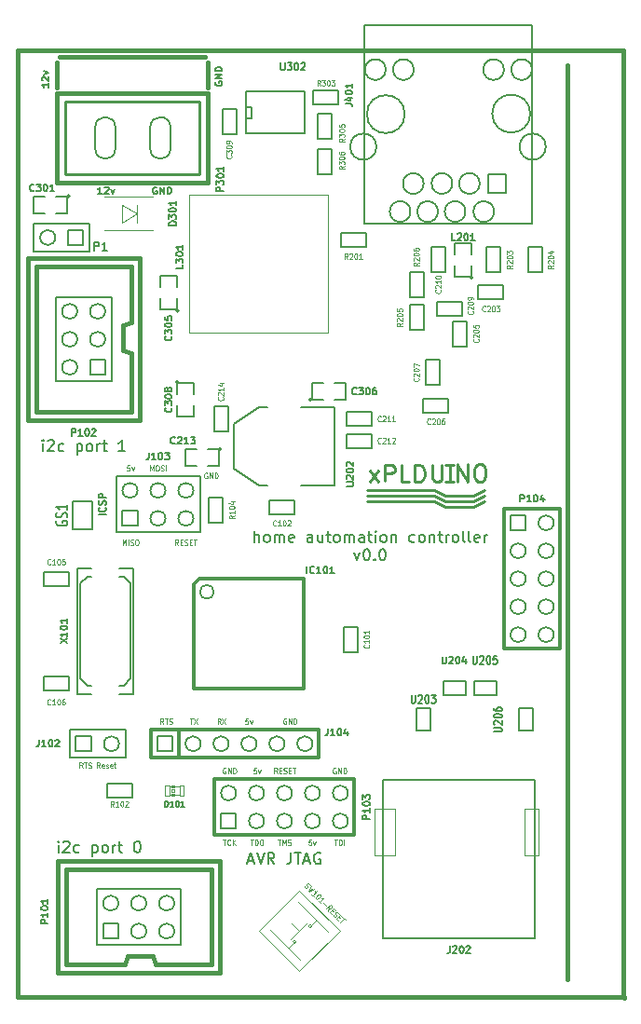
<source format=gto>
G04 (created by PCBNEW (2011-nov-30)-testing) date ven. 21 sept. 2012 13:34:49 CEST*
%MOIN*%
G04 Gerber Fmt 3.4, Leading zero omitted, Abs format*
%FSLAX34Y34*%
G01*
G70*
G90*
G04 APERTURE LIST*
%ADD10C,0.006*%
%ADD11C,0.015*%
%ADD12C,0.005*%
%ADD13C,0.008*%
%ADD14C,0.0045*%
%ADD15C,0.0026*%
%ADD16C,0.004*%
%ADD17C,0.003*%
%ADD18C,0.0059*%
%ADD19C,0.012*%
%ADD20C,0.0094*%
%ADD21C,0.01*%
G04 APERTURE END LIST*
G54D10*
G54D11*
X41350Y-39350D02*
X19675Y-39350D01*
X39350Y-72600D02*
X39350Y-39900D01*
X41375Y-73225D02*
X41375Y-73250D01*
X39375Y-73225D02*
X41375Y-73225D01*
X39350Y-72600D02*
X39350Y-39900D01*
G54D12*
X26763Y-40491D02*
X26751Y-40514D01*
X26751Y-40550D01*
X26763Y-40586D01*
X26787Y-40610D01*
X26811Y-40621D01*
X26858Y-40633D01*
X26894Y-40633D01*
X26942Y-40621D01*
X26965Y-40610D01*
X26989Y-40586D01*
X27001Y-40550D01*
X27001Y-40526D01*
X26989Y-40491D01*
X26977Y-40479D01*
X26894Y-40479D01*
X26894Y-40526D01*
X27001Y-40371D02*
X26751Y-40371D01*
X27001Y-40229D01*
X26751Y-40229D01*
X27001Y-40109D02*
X26751Y-40109D01*
X26751Y-40050D01*
X26763Y-40014D01*
X26787Y-39990D01*
X26811Y-39979D01*
X26858Y-39967D01*
X26894Y-39967D01*
X26942Y-39979D01*
X26965Y-39990D01*
X26989Y-40014D01*
X27001Y-40050D01*
X27001Y-40109D01*
X20801Y-40543D02*
X20801Y-40685D01*
X20801Y-40614D02*
X20551Y-40614D01*
X20587Y-40638D01*
X20611Y-40662D01*
X20623Y-40685D01*
X20575Y-40447D02*
X20563Y-40435D01*
X20551Y-40412D01*
X20551Y-40352D01*
X20563Y-40328D01*
X20575Y-40316D01*
X20599Y-40305D01*
X20623Y-40305D01*
X20658Y-40316D01*
X20801Y-40459D01*
X20801Y-40305D01*
X20635Y-40221D02*
X20801Y-40162D01*
X20635Y-40102D01*
G54D13*
X28155Y-56962D02*
X28155Y-56562D01*
X28327Y-56962D02*
X28327Y-56752D01*
X28308Y-56714D01*
X28270Y-56695D01*
X28212Y-56695D01*
X28174Y-56714D01*
X28155Y-56733D01*
X28574Y-56962D02*
X28536Y-56943D01*
X28517Y-56924D01*
X28498Y-56886D01*
X28498Y-56771D01*
X28517Y-56733D01*
X28536Y-56714D01*
X28574Y-56695D01*
X28632Y-56695D01*
X28670Y-56714D01*
X28689Y-56733D01*
X28708Y-56771D01*
X28708Y-56886D01*
X28689Y-56924D01*
X28670Y-56943D01*
X28632Y-56962D01*
X28574Y-56962D01*
X28879Y-56962D02*
X28879Y-56695D01*
X28879Y-56733D02*
X28898Y-56714D01*
X28936Y-56695D01*
X28994Y-56695D01*
X29032Y-56714D01*
X29051Y-56752D01*
X29051Y-56962D01*
X29051Y-56752D02*
X29070Y-56714D01*
X29108Y-56695D01*
X29165Y-56695D01*
X29203Y-56714D01*
X29222Y-56752D01*
X29222Y-56962D01*
X29565Y-56943D02*
X29527Y-56962D01*
X29450Y-56962D01*
X29412Y-56943D01*
X29393Y-56905D01*
X29393Y-56752D01*
X29412Y-56714D01*
X29450Y-56695D01*
X29527Y-56695D01*
X29565Y-56714D01*
X29584Y-56752D01*
X29584Y-56790D01*
X29393Y-56829D01*
X30232Y-56962D02*
X30232Y-56752D01*
X30213Y-56714D01*
X30175Y-56695D01*
X30098Y-56695D01*
X30060Y-56714D01*
X30232Y-56943D02*
X30194Y-56962D01*
X30098Y-56962D01*
X30060Y-56943D01*
X30041Y-56905D01*
X30041Y-56867D01*
X30060Y-56829D01*
X30098Y-56810D01*
X30194Y-56810D01*
X30232Y-56790D01*
X30594Y-56695D02*
X30594Y-56962D01*
X30422Y-56695D02*
X30422Y-56905D01*
X30441Y-56943D01*
X30479Y-56962D01*
X30537Y-56962D01*
X30575Y-56943D01*
X30594Y-56924D01*
X30727Y-56695D02*
X30879Y-56695D01*
X30784Y-56562D02*
X30784Y-56905D01*
X30803Y-56943D01*
X30841Y-56962D01*
X30879Y-56962D01*
X31070Y-56962D02*
X31032Y-56943D01*
X31013Y-56924D01*
X30994Y-56886D01*
X30994Y-56771D01*
X31013Y-56733D01*
X31032Y-56714D01*
X31070Y-56695D01*
X31128Y-56695D01*
X31166Y-56714D01*
X31185Y-56733D01*
X31204Y-56771D01*
X31204Y-56886D01*
X31185Y-56924D01*
X31166Y-56943D01*
X31128Y-56962D01*
X31070Y-56962D01*
X31375Y-56962D02*
X31375Y-56695D01*
X31375Y-56733D02*
X31394Y-56714D01*
X31432Y-56695D01*
X31490Y-56695D01*
X31528Y-56714D01*
X31547Y-56752D01*
X31547Y-56962D01*
X31547Y-56752D02*
X31566Y-56714D01*
X31604Y-56695D01*
X31661Y-56695D01*
X31699Y-56714D01*
X31718Y-56752D01*
X31718Y-56962D01*
X32080Y-56962D02*
X32080Y-56752D01*
X32061Y-56714D01*
X32023Y-56695D01*
X31946Y-56695D01*
X31908Y-56714D01*
X32080Y-56943D02*
X32042Y-56962D01*
X31946Y-56962D01*
X31908Y-56943D01*
X31889Y-56905D01*
X31889Y-56867D01*
X31908Y-56829D01*
X31946Y-56810D01*
X32042Y-56810D01*
X32080Y-56790D01*
X32213Y-56695D02*
X32365Y-56695D01*
X32270Y-56562D02*
X32270Y-56905D01*
X32289Y-56943D01*
X32327Y-56962D01*
X32365Y-56962D01*
X32499Y-56962D02*
X32499Y-56695D01*
X32499Y-56562D02*
X32480Y-56581D01*
X32499Y-56600D01*
X32518Y-56581D01*
X32499Y-56562D01*
X32499Y-56600D01*
X32746Y-56962D02*
X32708Y-56943D01*
X32689Y-56924D01*
X32670Y-56886D01*
X32670Y-56771D01*
X32689Y-56733D01*
X32708Y-56714D01*
X32746Y-56695D01*
X32804Y-56695D01*
X32842Y-56714D01*
X32861Y-56733D01*
X32880Y-56771D01*
X32880Y-56886D01*
X32861Y-56924D01*
X32842Y-56943D01*
X32804Y-56962D01*
X32746Y-56962D01*
X33051Y-56695D02*
X33051Y-56962D01*
X33051Y-56733D02*
X33070Y-56714D01*
X33108Y-56695D01*
X33166Y-56695D01*
X33204Y-56714D01*
X33223Y-56752D01*
X33223Y-56962D01*
X33890Y-56943D02*
X33852Y-56962D01*
X33775Y-56962D01*
X33737Y-56943D01*
X33718Y-56924D01*
X33699Y-56886D01*
X33699Y-56771D01*
X33718Y-56733D01*
X33737Y-56714D01*
X33775Y-56695D01*
X33852Y-56695D01*
X33890Y-56714D01*
X34118Y-56962D02*
X34080Y-56943D01*
X34061Y-56924D01*
X34042Y-56886D01*
X34042Y-56771D01*
X34061Y-56733D01*
X34080Y-56714D01*
X34118Y-56695D01*
X34176Y-56695D01*
X34214Y-56714D01*
X34233Y-56733D01*
X34252Y-56771D01*
X34252Y-56886D01*
X34233Y-56924D01*
X34214Y-56943D01*
X34176Y-56962D01*
X34118Y-56962D01*
X34423Y-56695D02*
X34423Y-56962D01*
X34423Y-56733D02*
X34442Y-56714D01*
X34480Y-56695D01*
X34538Y-56695D01*
X34576Y-56714D01*
X34595Y-56752D01*
X34595Y-56962D01*
X34728Y-56695D02*
X34880Y-56695D01*
X34785Y-56562D02*
X34785Y-56905D01*
X34804Y-56943D01*
X34842Y-56962D01*
X34880Y-56962D01*
X35014Y-56962D02*
X35014Y-56695D01*
X35014Y-56771D02*
X35033Y-56733D01*
X35052Y-56714D01*
X35090Y-56695D01*
X35129Y-56695D01*
X35319Y-56962D02*
X35281Y-56943D01*
X35262Y-56924D01*
X35243Y-56886D01*
X35243Y-56771D01*
X35262Y-56733D01*
X35281Y-56714D01*
X35319Y-56695D01*
X35377Y-56695D01*
X35415Y-56714D01*
X35434Y-56733D01*
X35453Y-56771D01*
X35453Y-56886D01*
X35434Y-56924D01*
X35415Y-56943D01*
X35377Y-56962D01*
X35319Y-56962D01*
X35681Y-56962D02*
X35643Y-56943D01*
X35624Y-56905D01*
X35624Y-56562D01*
X35891Y-56962D02*
X35853Y-56943D01*
X35834Y-56905D01*
X35834Y-56562D01*
X36197Y-56943D02*
X36159Y-56962D01*
X36082Y-56962D01*
X36044Y-56943D01*
X36025Y-56905D01*
X36025Y-56752D01*
X36044Y-56714D01*
X36082Y-56695D01*
X36159Y-56695D01*
X36197Y-56714D01*
X36216Y-56752D01*
X36216Y-56790D01*
X36025Y-56829D01*
X36387Y-56962D02*
X36387Y-56695D01*
X36387Y-56771D02*
X36406Y-56733D01*
X36425Y-56714D01*
X36463Y-56695D01*
X36502Y-56695D01*
X31729Y-57335D02*
X31824Y-57602D01*
X31920Y-57335D01*
X32148Y-57202D02*
X32187Y-57202D01*
X32225Y-57221D01*
X32244Y-57240D01*
X32263Y-57278D01*
X32282Y-57354D01*
X32282Y-57450D01*
X32263Y-57526D01*
X32244Y-57564D01*
X32225Y-57583D01*
X32187Y-57602D01*
X32148Y-57602D01*
X32110Y-57583D01*
X32091Y-57564D01*
X32072Y-57526D01*
X32053Y-57450D01*
X32053Y-57354D01*
X32072Y-57278D01*
X32091Y-57240D01*
X32110Y-57221D01*
X32148Y-57202D01*
X32453Y-57564D02*
X32472Y-57583D01*
X32453Y-57602D01*
X32434Y-57583D01*
X32453Y-57564D01*
X32453Y-57602D01*
X32719Y-57202D02*
X32758Y-57202D01*
X32796Y-57221D01*
X32815Y-57240D01*
X32834Y-57278D01*
X32853Y-57354D01*
X32853Y-57450D01*
X32834Y-57526D01*
X32815Y-57564D01*
X32796Y-57583D01*
X32758Y-57602D01*
X32719Y-57602D01*
X32681Y-57583D01*
X32662Y-57564D01*
X32643Y-57526D01*
X32624Y-57450D01*
X32624Y-57354D01*
X32643Y-57278D01*
X32662Y-57240D01*
X32681Y-57221D01*
X32719Y-57202D01*
X20589Y-53705D02*
X20589Y-53438D01*
X20589Y-53305D02*
X20570Y-53324D01*
X20589Y-53343D01*
X20608Y-53324D01*
X20589Y-53305D01*
X20589Y-53343D01*
X20760Y-53343D02*
X20779Y-53324D01*
X20817Y-53305D01*
X20913Y-53305D01*
X20951Y-53324D01*
X20970Y-53343D01*
X20989Y-53381D01*
X20989Y-53419D01*
X20970Y-53476D01*
X20741Y-53705D01*
X20989Y-53705D01*
X21332Y-53686D02*
X21294Y-53705D01*
X21217Y-53705D01*
X21179Y-53686D01*
X21160Y-53667D01*
X21141Y-53629D01*
X21141Y-53514D01*
X21160Y-53476D01*
X21179Y-53457D01*
X21217Y-53438D01*
X21294Y-53438D01*
X21332Y-53457D01*
X21808Y-53438D02*
X21808Y-53838D01*
X21808Y-53457D02*
X21846Y-53438D01*
X21923Y-53438D01*
X21961Y-53457D01*
X21980Y-53476D01*
X21999Y-53514D01*
X21999Y-53629D01*
X21980Y-53667D01*
X21961Y-53686D01*
X21923Y-53705D01*
X21846Y-53705D01*
X21808Y-53686D01*
X22227Y-53705D02*
X22189Y-53686D01*
X22170Y-53667D01*
X22151Y-53629D01*
X22151Y-53514D01*
X22170Y-53476D01*
X22189Y-53457D01*
X22227Y-53438D01*
X22285Y-53438D01*
X22323Y-53457D01*
X22342Y-53476D01*
X22361Y-53514D01*
X22361Y-53629D01*
X22342Y-53667D01*
X22323Y-53686D01*
X22285Y-53705D01*
X22227Y-53705D01*
X22532Y-53705D02*
X22532Y-53438D01*
X22532Y-53514D02*
X22551Y-53476D01*
X22570Y-53457D01*
X22608Y-53438D01*
X22647Y-53438D01*
X22723Y-53438D02*
X22875Y-53438D01*
X22780Y-53305D02*
X22780Y-53648D01*
X22799Y-53686D01*
X22837Y-53705D01*
X22875Y-53705D01*
X23524Y-53705D02*
X23295Y-53705D01*
X23409Y-53705D02*
X23409Y-53305D01*
X23371Y-53362D01*
X23333Y-53400D01*
X23295Y-53419D01*
G54D14*
X22004Y-65042D02*
X21944Y-64947D01*
X21901Y-65042D02*
X21901Y-64842D01*
X21969Y-64842D01*
X21987Y-64851D01*
X21995Y-64861D01*
X22004Y-64880D01*
X22004Y-64909D01*
X21995Y-64928D01*
X21987Y-64937D01*
X21969Y-64947D01*
X21901Y-64947D01*
X22055Y-64842D02*
X22158Y-64842D01*
X22107Y-65042D02*
X22107Y-64842D01*
X22209Y-65032D02*
X22235Y-65042D01*
X22278Y-65042D01*
X22295Y-65032D01*
X22304Y-65023D01*
X22312Y-65004D01*
X22312Y-64985D01*
X22304Y-64966D01*
X22295Y-64956D01*
X22278Y-64947D01*
X22244Y-64937D01*
X22226Y-64928D01*
X22218Y-64918D01*
X22209Y-64899D01*
X22209Y-64880D01*
X22218Y-64861D01*
X22226Y-64851D01*
X22244Y-64842D01*
X22286Y-64842D01*
X22312Y-64851D01*
X22629Y-65042D02*
X22569Y-64947D01*
X22526Y-65042D02*
X22526Y-64842D01*
X22594Y-64842D01*
X22612Y-64851D01*
X22620Y-64861D01*
X22629Y-64880D01*
X22629Y-64909D01*
X22620Y-64928D01*
X22612Y-64937D01*
X22594Y-64947D01*
X22526Y-64947D01*
X22774Y-65032D02*
X22757Y-65042D01*
X22723Y-65042D01*
X22706Y-65032D01*
X22697Y-65013D01*
X22697Y-64937D01*
X22706Y-64918D01*
X22723Y-64909D01*
X22757Y-64909D01*
X22774Y-64918D01*
X22783Y-64937D01*
X22783Y-64956D01*
X22697Y-64975D01*
X22851Y-65032D02*
X22868Y-65042D01*
X22903Y-65042D01*
X22920Y-65032D01*
X22928Y-65013D01*
X22928Y-65004D01*
X22920Y-64985D01*
X22903Y-64975D01*
X22877Y-64975D01*
X22860Y-64966D01*
X22851Y-64947D01*
X22851Y-64937D01*
X22860Y-64918D01*
X22877Y-64909D01*
X22903Y-64909D01*
X22920Y-64918D01*
X23074Y-65032D02*
X23057Y-65042D01*
X23023Y-65042D01*
X23006Y-65032D01*
X22997Y-65013D01*
X22997Y-64937D01*
X23006Y-64918D01*
X23023Y-64909D01*
X23057Y-64909D01*
X23074Y-64918D01*
X23083Y-64937D01*
X23083Y-64956D01*
X22997Y-64975D01*
X23134Y-64909D02*
X23203Y-64909D01*
X23160Y-64842D02*
X23160Y-65013D01*
X23168Y-65032D01*
X23186Y-65042D01*
X23203Y-65042D01*
X27127Y-65047D02*
X27110Y-65038D01*
X27084Y-65038D01*
X27059Y-65047D01*
X27041Y-65067D01*
X27033Y-65086D01*
X27024Y-65124D01*
X27024Y-65152D01*
X27033Y-65190D01*
X27041Y-65209D01*
X27059Y-65228D01*
X27084Y-65238D01*
X27101Y-65238D01*
X27127Y-65228D01*
X27136Y-65219D01*
X27136Y-65152D01*
X27101Y-65152D01*
X27213Y-65238D02*
X27213Y-65038D01*
X27316Y-65238D01*
X27316Y-65038D01*
X27402Y-65238D02*
X27402Y-65038D01*
X27445Y-65038D01*
X27470Y-65047D01*
X27488Y-65067D01*
X27496Y-65086D01*
X27505Y-65124D01*
X27505Y-65152D01*
X27496Y-65190D01*
X27488Y-65209D01*
X27470Y-65228D01*
X27445Y-65238D01*
X27402Y-65238D01*
X31064Y-65047D02*
X31047Y-65038D01*
X31021Y-65038D01*
X30996Y-65047D01*
X30978Y-65067D01*
X30970Y-65086D01*
X30961Y-65124D01*
X30961Y-65152D01*
X30970Y-65190D01*
X30978Y-65209D01*
X30996Y-65228D01*
X31021Y-65238D01*
X31038Y-65238D01*
X31064Y-65228D01*
X31073Y-65219D01*
X31073Y-65152D01*
X31038Y-65152D01*
X31150Y-65238D02*
X31150Y-65038D01*
X31253Y-65238D01*
X31253Y-65038D01*
X31339Y-65238D02*
X31339Y-65038D01*
X31382Y-65038D01*
X31407Y-65047D01*
X31425Y-65067D01*
X31433Y-65086D01*
X31442Y-65124D01*
X31442Y-65152D01*
X31433Y-65190D01*
X31425Y-65209D01*
X31407Y-65228D01*
X31382Y-65238D01*
X31339Y-65238D01*
X28971Y-65238D02*
X28911Y-65143D01*
X28868Y-65238D02*
X28868Y-65038D01*
X28936Y-65038D01*
X28954Y-65047D01*
X28962Y-65057D01*
X28971Y-65076D01*
X28971Y-65105D01*
X28962Y-65124D01*
X28954Y-65133D01*
X28936Y-65143D01*
X28868Y-65143D01*
X29048Y-65133D02*
X29108Y-65133D01*
X29134Y-65238D02*
X29048Y-65238D01*
X29048Y-65038D01*
X29134Y-65038D01*
X29202Y-65228D02*
X29228Y-65238D01*
X29271Y-65238D01*
X29288Y-65228D01*
X29297Y-65219D01*
X29305Y-65200D01*
X29305Y-65181D01*
X29297Y-65162D01*
X29288Y-65152D01*
X29271Y-65143D01*
X29237Y-65133D01*
X29219Y-65124D01*
X29211Y-65114D01*
X29202Y-65095D01*
X29202Y-65076D01*
X29211Y-65057D01*
X29219Y-65047D01*
X29237Y-65038D01*
X29279Y-65038D01*
X29305Y-65047D01*
X29382Y-65133D02*
X29442Y-65133D01*
X29468Y-65238D02*
X29382Y-65238D01*
X29382Y-65038D01*
X29468Y-65038D01*
X29519Y-65038D02*
X29622Y-65038D01*
X29571Y-65238D02*
X29571Y-65038D01*
X28223Y-65038D02*
X28137Y-65038D01*
X28128Y-65133D01*
X28137Y-65124D01*
X28154Y-65114D01*
X28197Y-65114D01*
X28214Y-65124D01*
X28223Y-65133D01*
X28231Y-65152D01*
X28231Y-65200D01*
X28223Y-65219D01*
X28214Y-65228D01*
X28197Y-65238D01*
X28154Y-65238D01*
X28137Y-65228D01*
X28128Y-65219D01*
X28291Y-65105D02*
X28334Y-65238D01*
X28376Y-65105D01*
X27033Y-67598D02*
X27136Y-67598D01*
X27085Y-67798D02*
X27085Y-67598D01*
X27299Y-67779D02*
X27290Y-67788D01*
X27264Y-67798D01*
X27247Y-67798D01*
X27222Y-67788D01*
X27204Y-67769D01*
X27196Y-67750D01*
X27187Y-67712D01*
X27187Y-67684D01*
X27196Y-67646D01*
X27204Y-67627D01*
X27222Y-67607D01*
X27247Y-67598D01*
X27264Y-67598D01*
X27290Y-67607D01*
X27299Y-67617D01*
X27376Y-67798D02*
X27376Y-67598D01*
X27479Y-67798D02*
X27402Y-67684D01*
X27479Y-67598D02*
X27376Y-67712D01*
X28012Y-67598D02*
X28115Y-67598D01*
X28064Y-67798D02*
X28064Y-67598D01*
X28175Y-67798D02*
X28175Y-67598D01*
X28218Y-67598D01*
X28243Y-67607D01*
X28261Y-67627D01*
X28269Y-67646D01*
X28278Y-67684D01*
X28278Y-67712D01*
X28269Y-67750D01*
X28261Y-67769D01*
X28243Y-67788D01*
X28218Y-67798D01*
X28175Y-67798D01*
X28389Y-67598D02*
X28423Y-67598D01*
X28441Y-67607D01*
X28458Y-67627D01*
X28466Y-67665D01*
X28466Y-67731D01*
X28458Y-67769D01*
X28441Y-67788D01*
X28423Y-67798D01*
X28389Y-67798D01*
X28372Y-67788D01*
X28355Y-67769D01*
X28346Y-67731D01*
X28346Y-67665D01*
X28355Y-67627D01*
X28372Y-67607D01*
X28389Y-67598D01*
X28992Y-67598D02*
X29095Y-67598D01*
X29044Y-67798D02*
X29044Y-67598D01*
X29155Y-67798D02*
X29155Y-67598D01*
X29215Y-67741D01*
X29275Y-67598D01*
X29275Y-67798D01*
X29352Y-67788D02*
X29378Y-67798D01*
X29421Y-67798D01*
X29438Y-67788D01*
X29447Y-67779D01*
X29455Y-67760D01*
X29455Y-67741D01*
X29447Y-67722D01*
X29438Y-67712D01*
X29421Y-67703D01*
X29387Y-67693D01*
X29369Y-67684D01*
X29361Y-67674D01*
X29352Y-67655D01*
X29352Y-67636D01*
X29361Y-67617D01*
X29369Y-67607D01*
X29387Y-67598D01*
X29429Y-67598D01*
X29455Y-67607D01*
X31017Y-67598D02*
X31120Y-67598D01*
X31069Y-67798D02*
X31069Y-67598D01*
X31180Y-67798D02*
X31180Y-67598D01*
X31223Y-67598D01*
X31248Y-67607D01*
X31266Y-67627D01*
X31274Y-67646D01*
X31283Y-67684D01*
X31283Y-67712D01*
X31274Y-67750D01*
X31266Y-67769D01*
X31248Y-67788D01*
X31223Y-67798D01*
X31180Y-67798D01*
X31360Y-67798D02*
X31360Y-67598D01*
X30192Y-67598D02*
X30106Y-67598D01*
X30097Y-67693D01*
X30106Y-67684D01*
X30123Y-67674D01*
X30166Y-67674D01*
X30183Y-67684D01*
X30192Y-67693D01*
X30200Y-67712D01*
X30200Y-67760D01*
X30192Y-67779D01*
X30183Y-67788D01*
X30166Y-67798D01*
X30123Y-67798D01*
X30106Y-67788D01*
X30097Y-67779D01*
X30260Y-67665D02*
X30303Y-67798D01*
X30345Y-67665D01*
X29292Y-63276D02*
X29275Y-63267D01*
X29249Y-63267D01*
X29224Y-63276D01*
X29206Y-63296D01*
X29198Y-63315D01*
X29189Y-63353D01*
X29189Y-63381D01*
X29198Y-63419D01*
X29206Y-63438D01*
X29224Y-63457D01*
X29249Y-63467D01*
X29266Y-63467D01*
X29292Y-63457D01*
X29301Y-63448D01*
X29301Y-63381D01*
X29266Y-63381D01*
X29378Y-63467D02*
X29378Y-63267D01*
X29481Y-63467D01*
X29481Y-63267D01*
X29567Y-63467D02*
X29567Y-63267D01*
X29610Y-63267D01*
X29635Y-63276D01*
X29653Y-63296D01*
X29661Y-63315D01*
X29670Y-63353D01*
X29670Y-63381D01*
X29661Y-63419D01*
X29653Y-63438D01*
X29635Y-63457D01*
X29610Y-63467D01*
X29567Y-63467D01*
X27928Y-63267D02*
X27842Y-63267D01*
X27833Y-63362D01*
X27842Y-63353D01*
X27859Y-63343D01*
X27902Y-63343D01*
X27919Y-63353D01*
X27928Y-63362D01*
X27936Y-63381D01*
X27936Y-63429D01*
X27928Y-63448D01*
X27919Y-63457D01*
X27902Y-63467D01*
X27859Y-63467D01*
X27842Y-63457D01*
X27833Y-63448D01*
X27996Y-63334D02*
X28039Y-63467D01*
X28081Y-63334D01*
X24902Y-63467D02*
X24842Y-63372D01*
X24799Y-63467D02*
X24799Y-63267D01*
X24867Y-63267D01*
X24885Y-63276D01*
X24893Y-63286D01*
X24902Y-63305D01*
X24902Y-63334D01*
X24893Y-63353D01*
X24885Y-63362D01*
X24867Y-63372D01*
X24799Y-63372D01*
X24953Y-63267D02*
X25056Y-63267D01*
X25005Y-63467D02*
X25005Y-63267D01*
X25107Y-63457D02*
X25133Y-63467D01*
X25176Y-63467D01*
X25193Y-63457D01*
X25202Y-63448D01*
X25210Y-63429D01*
X25210Y-63410D01*
X25202Y-63391D01*
X25193Y-63381D01*
X25176Y-63372D01*
X25142Y-63362D01*
X25124Y-63353D01*
X25116Y-63343D01*
X25107Y-63324D01*
X25107Y-63305D01*
X25116Y-63286D01*
X25124Y-63276D01*
X25142Y-63267D01*
X25184Y-63267D01*
X25210Y-63276D01*
X26940Y-63467D02*
X26880Y-63372D01*
X26837Y-63467D02*
X26837Y-63267D01*
X26905Y-63267D01*
X26923Y-63276D01*
X26931Y-63286D01*
X26940Y-63305D01*
X26940Y-63334D01*
X26931Y-63353D01*
X26923Y-63362D01*
X26905Y-63372D01*
X26837Y-63372D01*
X27000Y-63267D02*
X27120Y-63467D01*
X27120Y-63267D02*
X27000Y-63467D01*
X25847Y-63267D02*
X25950Y-63267D01*
X25899Y-63467D02*
X25899Y-63267D01*
X25993Y-63267D02*
X26113Y-63467D01*
X26113Y-63267D02*
X25993Y-63467D01*
G54D12*
X22837Y-55978D02*
X22587Y-55978D01*
X22813Y-55717D02*
X22825Y-55729D01*
X22837Y-55764D01*
X22837Y-55788D01*
X22825Y-55824D01*
X22801Y-55848D01*
X22778Y-55859D01*
X22730Y-55871D01*
X22694Y-55871D01*
X22647Y-55859D01*
X22623Y-55848D01*
X22599Y-55824D01*
X22587Y-55788D01*
X22587Y-55764D01*
X22599Y-55729D01*
X22611Y-55717D01*
X22825Y-55621D02*
X22837Y-55586D01*
X22837Y-55526D01*
X22825Y-55502D01*
X22813Y-55490D01*
X22790Y-55479D01*
X22766Y-55479D01*
X22742Y-55490D01*
X22730Y-55502D01*
X22718Y-55526D01*
X22706Y-55574D01*
X22694Y-55598D01*
X22682Y-55609D01*
X22659Y-55621D01*
X22635Y-55621D01*
X22611Y-55609D01*
X22599Y-55598D01*
X22587Y-55574D01*
X22587Y-55514D01*
X22599Y-55479D01*
X22837Y-55371D02*
X22587Y-55371D01*
X22587Y-55276D01*
X22599Y-55252D01*
X22611Y-55241D01*
X22635Y-55229D01*
X22671Y-55229D01*
X22694Y-55241D01*
X22706Y-55252D01*
X22718Y-55276D01*
X22718Y-55371D01*
G54D14*
X26463Y-54490D02*
X26446Y-54481D01*
X26420Y-54481D01*
X26395Y-54490D01*
X26377Y-54510D01*
X26369Y-54529D01*
X26360Y-54567D01*
X26360Y-54595D01*
X26369Y-54633D01*
X26377Y-54652D01*
X26395Y-54671D01*
X26420Y-54681D01*
X26437Y-54681D01*
X26463Y-54671D01*
X26472Y-54662D01*
X26472Y-54595D01*
X26437Y-54595D01*
X26549Y-54681D02*
X26549Y-54481D01*
X26652Y-54681D01*
X26652Y-54481D01*
X26738Y-54681D02*
X26738Y-54481D01*
X26781Y-54481D01*
X26806Y-54490D01*
X26824Y-54510D01*
X26832Y-54529D01*
X26841Y-54567D01*
X26841Y-54595D01*
X26832Y-54633D01*
X26824Y-54652D01*
X26806Y-54671D01*
X26781Y-54681D01*
X26738Y-54681D01*
X25428Y-57069D02*
X25368Y-56974D01*
X25325Y-57069D02*
X25325Y-56869D01*
X25393Y-56869D01*
X25411Y-56878D01*
X25419Y-56888D01*
X25428Y-56907D01*
X25428Y-56936D01*
X25419Y-56955D01*
X25411Y-56964D01*
X25393Y-56974D01*
X25325Y-56974D01*
X25505Y-56964D02*
X25565Y-56964D01*
X25591Y-57069D02*
X25505Y-57069D01*
X25505Y-56869D01*
X25591Y-56869D01*
X25659Y-57059D02*
X25685Y-57069D01*
X25728Y-57069D01*
X25745Y-57059D01*
X25754Y-57050D01*
X25762Y-57031D01*
X25762Y-57012D01*
X25754Y-56993D01*
X25745Y-56983D01*
X25728Y-56974D01*
X25694Y-56964D01*
X25676Y-56955D01*
X25668Y-56945D01*
X25659Y-56926D01*
X25659Y-56907D01*
X25668Y-56888D01*
X25676Y-56878D01*
X25694Y-56869D01*
X25736Y-56869D01*
X25762Y-56878D01*
X25839Y-56964D02*
X25899Y-56964D01*
X25925Y-57069D02*
X25839Y-57069D01*
X25839Y-56869D01*
X25925Y-56869D01*
X25976Y-56869D02*
X26079Y-56869D01*
X26028Y-57069D02*
X26028Y-56869D01*
X23437Y-57069D02*
X23437Y-56869D01*
X23497Y-57012D01*
X23557Y-56869D01*
X23557Y-57069D01*
X23643Y-57069D02*
X23643Y-56869D01*
X23720Y-57059D02*
X23746Y-57069D01*
X23789Y-57069D01*
X23806Y-57059D01*
X23815Y-57050D01*
X23823Y-57031D01*
X23823Y-57012D01*
X23815Y-56993D01*
X23806Y-56983D01*
X23789Y-56974D01*
X23755Y-56964D01*
X23737Y-56955D01*
X23729Y-56945D01*
X23720Y-56926D01*
X23720Y-56907D01*
X23729Y-56888D01*
X23737Y-56878D01*
X23755Y-56869D01*
X23797Y-56869D01*
X23823Y-56878D01*
X23934Y-56869D02*
X23968Y-56869D01*
X23986Y-56878D01*
X24003Y-56898D01*
X24011Y-56936D01*
X24011Y-57002D01*
X24003Y-57040D01*
X23986Y-57059D01*
X23968Y-57069D01*
X23934Y-57069D01*
X23917Y-57059D01*
X23900Y-57040D01*
X23891Y-57002D01*
X23891Y-56936D01*
X23900Y-56898D01*
X23917Y-56878D01*
X23934Y-56869D01*
X23695Y-54212D02*
X23609Y-54212D01*
X23600Y-54307D01*
X23609Y-54298D01*
X23626Y-54288D01*
X23669Y-54288D01*
X23686Y-54298D01*
X23695Y-54307D01*
X23703Y-54326D01*
X23703Y-54374D01*
X23695Y-54393D01*
X23686Y-54402D01*
X23669Y-54412D01*
X23626Y-54412D01*
X23609Y-54402D01*
X23600Y-54393D01*
X23763Y-54279D02*
X23806Y-54412D01*
X23848Y-54279D01*
X24422Y-54412D02*
X24422Y-54212D01*
X24482Y-54355D01*
X24542Y-54212D01*
X24542Y-54412D01*
X24662Y-54212D02*
X24696Y-54212D01*
X24714Y-54221D01*
X24731Y-54241D01*
X24739Y-54279D01*
X24739Y-54345D01*
X24731Y-54383D01*
X24714Y-54402D01*
X24696Y-54412D01*
X24662Y-54412D01*
X24645Y-54402D01*
X24628Y-54383D01*
X24619Y-54345D01*
X24619Y-54279D01*
X24628Y-54241D01*
X24645Y-54221D01*
X24662Y-54212D01*
X24808Y-54402D02*
X24834Y-54412D01*
X24877Y-54412D01*
X24894Y-54402D01*
X24903Y-54393D01*
X24911Y-54374D01*
X24911Y-54355D01*
X24903Y-54336D01*
X24894Y-54326D01*
X24877Y-54317D01*
X24843Y-54307D01*
X24825Y-54298D01*
X24817Y-54288D01*
X24808Y-54269D01*
X24808Y-54250D01*
X24817Y-54231D01*
X24825Y-54221D01*
X24843Y-54212D01*
X24885Y-54212D01*
X24911Y-54221D01*
X24988Y-54412D02*
X24988Y-54212D01*
G54D12*
X24659Y-44263D02*
X24636Y-44251D01*
X24600Y-44251D01*
X24564Y-44263D01*
X24540Y-44287D01*
X24529Y-44311D01*
X24517Y-44358D01*
X24517Y-44394D01*
X24529Y-44442D01*
X24540Y-44465D01*
X24564Y-44489D01*
X24600Y-44501D01*
X24624Y-44501D01*
X24659Y-44489D01*
X24671Y-44477D01*
X24671Y-44394D01*
X24624Y-44394D01*
X24779Y-44501D02*
X24779Y-44251D01*
X24921Y-44501D01*
X24921Y-44251D01*
X25041Y-44501D02*
X25041Y-44251D01*
X25100Y-44251D01*
X25136Y-44263D01*
X25160Y-44287D01*
X25171Y-44311D01*
X25183Y-44358D01*
X25183Y-44394D01*
X25171Y-44442D01*
X25160Y-44465D01*
X25136Y-44489D01*
X25100Y-44501D01*
X25041Y-44501D01*
X22707Y-44501D02*
X22565Y-44501D01*
X22636Y-44501D02*
X22636Y-44251D01*
X22612Y-44287D01*
X22588Y-44311D01*
X22565Y-44323D01*
X22803Y-44275D02*
X22815Y-44263D01*
X22838Y-44251D01*
X22898Y-44251D01*
X22922Y-44263D01*
X22934Y-44275D01*
X22945Y-44299D01*
X22945Y-44323D01*
X22934Y-44358D01*
X22791Y-44501D01*
X22945Y-44501D01*
X23029Y-44335D02*
X23088Y-44501D01*
X23148Y-44335D01*
G54D13*
X27936Y-68355D02*
X28127Y-68355D01*
X27898Y-68469D02*
X28031Y-68069D01*
X28165Y-68469D01*
X28241Y-68069D02*
X28374Y-68469D01*
X28508Y-68069D01*
X28870Y-68469D02*
X28736Y-68278D01*
X28641Y-68469D02*
X28641Y-68069D01*
X28794Y-68069D01*
X28832Y-68088D01*
X28851Y-68107D01*
X28870Y-68145D01*
X28870Y-68202D01*
X28851Y-68240D01*
X28832Y-68259D01*
X28794Y-68278D01*
X28641Y-68278D01*
X29461Y-68069D02*
X29461Y-68355D01*
X29441Y-68412D01*
X29403Y-68450D01*
X29346Y-68469D01*
X29308Y-68469D01*
X29594Y-68069D02*
X29823Y-68069D01*
X29708Y-68469D02*
X29708Y-68069D01*
X29937Y-68355D02*
X30128Y-68355D01*
X29899Y-68469D02*
X30032Y-68069D01*
X30166Y-68469D01*
X30509Y-68088D02*
X30471Y-68069D01*
X30414Y-68069D01*
X30356Y-68088D01*
X30318Y-68126D01*
X30299Y-68164D01*
X30280Y-68240D01*
X30280Y-68297D01*
X30299Y-68374D01*
X30318Y-68412D01*
X30356Y-68450D01*
X30414Y-68469D01*
X30452Y-68469D01*
X30509Y-68450D01*
X30528Y-68431D01*
X30528Y-68297D01*
X30452Y-68297D01*
X21142Y-68062D02*
X21142Y-67795D01*
X21142Y-67662D02*
X21123Y-67681D01*
X21142Y-67700D01*
X21161Y-67681D01*
X21142Y-67662D01*
X21142Y-67700D01*
X21313Y-67700D02*
X21332Y-67681D01*
X21370Y-67662D01*
X21466Y-67662D01*
X21504Y-67681D01*
X21523Y-67700D01*
X21542Y-67738D01*
X21542Y-67776D01*
X21523Y-67833D01*
X21294Y-68062D01*
X21542Y-68062D01*
X21885Y-68043D02*
X21847Y-68062D01*
X21770Y-68062D01*
X21732Y-68043D01*
X21713Y-68024D01*
X21694Y-67986D01*
X21694Y-67871D01*
X21713Y-67833D01*
X21732Y-67814D01*
X21770Y-67795D01*
X21847Y-67795D01*
X21885Y-67814D01*
X22361Y-67795D02*
X22361Y-68195D01*
X22361Y-67814D02*
X22399Y-67795D01*
X22476Y-67795D01*
X22514Y-67814D01*
X22533Y-67833D01*
X22552Y-67871D01*
X22552Y-67986D01*
X22533Y-68024D01*
X22514Y-68043D01*
X22476Y-68062D01*
X22399Y-68062D01*
X22361Y-68043D01*
X22780Y-68062D02*
X22742Y-68043D01*
X22723Y-68024D01*
X22704Y-67986D01*
X22704Y-67871D01*
X22723Y-67833D01*
X22742Y-67814D01*
X22780Y-67795D01*
X22838Y-67795D01*
X22876Y-67814D01*
X22895Y-67833D01*
X22914Y-67871D01*
X22914Y-67986D01*
X22895Y-68024D01*
X22876Y-68043D01*
X22838Y-68062D01*
X22780Y-68062D01*
X23085Y-68062D02*
X23085Y-67795D01*
X23085Y-67871D02*
X23104Y-67833D01*
X23123Y-67814D01*
X23161Y-67795D01*
X23200Y-67795D01*
X23276Y-67795D02*
X23428Y-67795D01*
X23333Y-67662D02*
X23333Y-68005D01*
X23352Y-68043D01*
X23390Y-68062D01*
X23428Y-68062D01*
X23943Y-67662D02*
X23982Y-67662D01*
X24020Y-67681D01*
X24039Y-67700D01*
X24058Y-67738D01*
X24077Y-67814D01*
X24077Y-67910D01*
X24058Y-67986D01*
X24039Y-68024D01*
X24020Y-68043D01*
X23982Y-68062D01*
X23943Y-68062D01*
X23905Y-68043D01*
X23886Y-68024D01*
X23867Y-67986D01*
X23848Y-67910D01*
X23848Y-67814D01*
X23867Y-67738D01*
X23886Y-67700D01*
X23905Y-67681D01*
X23943Y-67662D01*
G54D11*
X19685Y-73228D02*
X19685Y-39370D01*
X39370Y-73228D02*
X19685Y-73228D01*
X41370Y-39370D02*
X41370Y-73228D01*
G54D10*
X38124Y-63707D02*
X38124Y-62907D01*
X38124Y-62907D02*
X37624Y-62907D01*
X37624Y-62907D02*
X37624Y-63707D01*
X37624Y-63707D02*
X38124Y-63707D01*
X36017Y-62415D02*
X36817Y-62415D01*
X36817Y-62415D02*
X36817Y-61915D01*
X36817Y-61915D02*
X36017Y-61915D01*
X36017Y-61915D02*
X36017Y-62415D01*
X34915Y-62415D02*
X35715Y-62415D01*
X35715Y-62415D02*
X35715Y-61915D01*
X35715Y-61915D02*
X34915Y-61915D01*
X34915Y-61915D02*
X34915Y-62415D01*
X34463Y-63707D02*
X34463Y-62907D01*
X34463Y-62907D02*
X33963Y-62907D01*
X33963Y-62907D02*
X33963Y-63707D01*
X33963Y-63707D02*
X34463Y-63707D01*
G54D12*
X21566Y-44582D02*
G75*
G03X21566Y-44582I-50J0D01*
G74*
G01*
X21066Y-44582D02*
X21466Y-44582D01*
X21466Y-44582D02*
X21466Y-45182D01*
X21466Y-45182D02*
X21066Y-45182D01*
X20666Y-45182D02*
X20266Y-45182D01*
X20266Y-45182D02*
X20266Y-44582D01*
X20266Y-44582D02*
X20666Y-44582D01*
X26980Y-53637D02*
G75*
G03X26980Y-53637I-50J0D01*
G74*
G01*
X26480Y-53637D02*
X26880Y-53637D01*
X26880Y-53637D02*
X26880Y-54237D01*
X26880Y-54237D02*
X26480Y-54237D01*
X26080Y-54237D02*
X25680Y-54237D01*
X25680Y-54237D02*
X25680Y-53637D01*
X25680Y-53637D02*
X26080Y-53637D01*
X25448Y-48681D02*
G75*
G03X25448Y-48681I-50J0D01*
G74*
G01*
X25398Y-48231D02*
X25398Y-48631D01*
X25398Y-48631D02*
X24798Y-48631D01*
X24798Y-48631D02*
X24798Y-48231D01*
X24798Y-47831D02*
X24798Y-47431D01*
X24798Y-47431D02*
X25398Y-47431D01*
X25398Y-47431D02*
X25398Y-47831D01*
X30207Y-51875D02*
G75*
G03X30207Y-51875I-50J0D01*
G74*
G01*
X30607Y-51875D02*
X30207Y-51875D01*
X30207Y-51875D02*
X30207Y-51275D01*
X30207Y-51275D02*
X30607Y-51275D01*
X31007Y-51275D02*
X31407Y-51275D01*
X31407Y-51275D02*
X31407Y-51875D01*
X31407Y-51875D02*
X31007Y-51875D01*
X25439Y-51220D02*
G75*
G03X25439Y-51220I-50J0D01*
G74*
G01*
X25389Y-51670D02*
X25389Y-51270D01*
X25389Y-51270D02*
X25989Y-51270D01*
X25989Y-51270D02*
X25989Y-51670D01*
X25989Y-52070D02*
X25989Y-52470D01*
X25989Y-52470D02*
X25389Y-52470D01*
X25389Y-52470D02*
X25389Y-52070D01*
X23777Y-66096D02*
X22877Y-66096D01*
X22877Y-66096D02*
X22877Y-65596D01*
X22877Y-65596D02*
X23777Y-65596D01*
X23777Y-65596D02*
X23777Y-66096D01*
X27022Y-55357D02*
X27022Y-56257D01*
X27022Y-56257D02*
X26522Y-56257D01*
X26522Y-56257D02*
X26522Y-55357D01*
X26522Y-55357D02*
X27022Y-55357D01*
X31344Y-60883D02*
X31344Y-59983D01*
X31344Y-59983D02*
X31844Y-59983D01*
X31844Y-59983D02*
X31844Y-60883D01*
X31844Y-60883D02*
X31344Y-60883D01*
X32143Y-46411D02*
X31243Y-46411D01*
X31243Y-46411D02*
X31243Y-45911D01*
X31243Y-45911D02*
X32143Y-45911D01*
X32143Y-45911D02*
X32143Y-46411D01*
X36463Y-47300D02*
X36463Y-46400D01*
X36463Y-46400D02*
X36963Y-46400D01*
X36963Y-46400D02*
X36963Y-47300D01*
X36963Y-47300D02*
X36463Y-47300D01*
X37939Y-47300D02*
X37939Y-46400D01*
X37939Y-46400D02*
X38439Y-46400D01*
X38439Y-46400D02*
X38439Y-47300D01*
X38439Y-47300D02*
X37939Y-47300D01*
X33707Y-49367D02*
X33707Y-48467D01*
X33707Y-48467D02*
X34207Y-48467D01*
X34207Y-48467D02*
X34207Y-49367D01*
X34207Y-49367D02*
X33707Y-49367D01*
X34207Y-47286D02*
X34207Y-48186D01*
X34207Y-48186D02*
X33707Y-48186D01*
X33707Y-48186D02*
X33707Y-47286D01*
X33707Y-47286D02*
X34207Y-47286D01*
X30259Y-40793D02*
X31159Y-40793D01*
X31159Y-40793D02*
X31159Y-41293D01*
X31159Y-41293D02*
X30259Y-41293D01*
X30259Y-41293D02*
X30259Y-40793D01*
X30410Y-42529D02*
X30410Y-41629D01*
X30410Y-41629D02*
X30910Y-41629D01*
X30910Y-41629D02*
X30910Y-42529D01*
X30910Y-42529D02*
X30410Y-42529D01*
X30910Y-42908D02*
X30910Y-43808D01*
X30910Y-43808D02*
X30410Y-43808D01*
X30410Y-43808D02*
X30410Y-42908D01*
X30410Y-42908D02*
X30910Y-42908D01*
X37064Y-48281D02*
X36164Y-48281D01*
X36164Y-48281D02*
X36164Y-47781D01*
X36164Y-47781D02*
X37064Y-47781D01*
X37064Y-47781D02*
X37064Y-48281D01*
X35250Y-49950D02*
X35250Y-49050D01*
X35250Y-49050D02*
X35750Y-49050D01*
X35750Y-49050D02*
X35750Y-49950D01*
X35750Y-49950D02*
X35250Y-49950D01*
X35096Y-52317D02*
X34196Y-52317D01*
X34196Y-52317D02*
X34196Y-51817D01*
X34196Y-51817D02*
X35096Y-51817D01*
X35096Y-51817D02*
X35096Y-52317D01*
X34797Y-50436D02*
X34797Y-51336D01*
X34797Y-51336D02*
X34297Y-51336D01*
X34297Y-51336D02*
X34297Y-50436D01*
X34297Y-50436D02*
X34797Y-50436D01*
X34688Y-48372D02*
X35588Y-48372D01*
X35588Y-48372D02*
X35588Y-48872D01*
X35588Y-48872D02*
X34688Y-48872D01*
X34688Y-48872D02*
X34688Y-48372D01*
X34994Y-46400D02*
X34994Y-47300D01*
X34994Y-47300D02*
X34494Y-47300D01*
X34494Y-47300D02*
X34494Y-46400D01*
X34494Y-46400D02*
X34994Y-46400D01*
X31440Y-52309D02*
X32340Y-52309D01*
X32340Y-52309D02*
X32340Y-52809D01*
X32340Y-52809D02*
X31440Y-52809D01*
X31440Y-52809D02*
X31440Y-52309D01*
X31440Y-53096D02*
X32340Y-53096D01*
X32340Y-53096D02*
X32340Y-53596D01*
X32340Y-53596D02*
X31440Y-53596D01*
X31440Y-53596D02*
X31440Y-53096D01*
X26719Y-53009D02*
X26719Y-52109D01*
X26719Y-52109D02*
X27219Y-52109D01*
X27219Y-52109D02*
X27219Y-53009D01*
X27219Y-53009D02*
X26719Y-53009D01*
X27514Y-41479D02*
X27514Y-42379D01*
X27514Y-42379D02*
X27014Y-42379D01*
X27014Y-42379D02*
X27014Y-41479D01*
X27014Y-41479D02*
X27514Y-41479D01*
X21513Y-58518D02*
X20613Y-58518D01*
X20613Y-58518D02*
X20613Y-58018D01*
X20613Y-58018D02*
X21513Y-58018D01*
X21513Y-58018D02*
X21513Y-58518D01*
X28684Y-55459D02*
X29584Y-55459D01*
X29584Y-55459D02*
X29584Y-55959D01*
X29584Y-55959D02*
X28684Y-55959D01*
X28684Y-55959D02*
X28684Y-55459D01*
X21513Y-62258D02*
X20613Y-62258D01*
X20613Y-62258D02*
X20613Y-61758D01*
X20613Y-61758D02*
X21513Y-61758D01*
X21513Y-61758D02*
X21513Y-62258D01*
G54D15*
X25118Y-66023D02*
X25118Y-65669D01*
X25118Y-65669D02*
X24961Y-65669D01*
X24961Y-66023D02*
X24961Y-65669D01*
X25118Y-66023D02*
X24961Y-66023D01*
X25629Y-66023D02*
X25629Y-65669D01*
X25629Y-65669D02*
X25472Y-65669D01*
X25472Y-66023D02*
X25472Y-65669D01*
X25629Y-66023D02*
X25472Y-66023D01*
X25295Y-66023D02*
X25295Y-65964D01*
X25295Y-65964D02*
X25177Y-65964D01*
X25177Y-66023D02*
X25177Y-65964D01*
X25295Y-66023D02*
X25177Y-66023D01*
X25295Y-65728D02*
X25295Y-65669D01*
X25295Y-65669D02*
X25177Y-65669D01*
X25177Y-65728D02*
X25177Y-65669D01*
X25295Y-65728D02*
X25177Y-65728D01*
X25295Y-65905D02*
X25295Y-65787D01*
X25295Y-65787D02*
X25177Y-65787D01*
X25177Y-65905D02*
X25177Y-65787D01*
X25295Y-65905D02*
X25177Y-65905D01*
G54D16*
X25118Y-66003D02*
X25472Y-66003D01*
X25118Y-65689D02*
X25472Y-65689D01*
G54D12*
X27838Y-42286D02*
X27838Y-42336D01*
X27838Y-42336D02*
X29938Y-42336D01*
X29938Y-40836D02*
X27838Y-40836D01*
X27838Y-40836D02*
X27838Y-42286D01*
X27838Y-41386D02*
X28038Y-41386D01*
X28038Y-41386D02*
X28038Y-41786D01*
X28038Y-41786D02*
X27838Y-41786D01*
X29938Y-40836D02*
X29938Y-42336D01*
G54D17*
X38307Y-66496D02*
X37834Y-66496D01*
X37834Y-66496D02*
X37834Y-68150D01*
X37834Y-68150D02*
X38307Y-68150D01*
X38307Y-68150D02*
X38307Y-66496D01*
X32441Y-66496D02*
X33189Y-66496D01*
X33189Y-66496D02*
X33189Y-68150D01*
X33189Y-68150D02*
X32441Y-68150D01*
X32441Y-68150D02*
X32441Y-66496D01*
G54D18*
X32755Y-71142D02*
X32755Y-65472D01*
X32755Y-65472D02*
X38189Y-65472D01*
X38189Y-65472D02*
X38189Y-71142D01*
X38189Y-71142D02*
X32755Y-71142D01*
G54D19*
X29923Y-58266D02*
X29923Y-62206D01*
X29923Y-62206D02*
X25983Y-62206D01*
X25983Y-58456D02*
X25983Y-62206D01*
X26173Y-58266D02*
X29923Y-58266D01*
X25983Y-58456D02*
X26173Y-58266D01*
G54D13*
X26703Y-58736D02*
G75*
G03X26703Y-58736I-250J0D01*
G74*
G01*
X26205Y-56610D02*
X23205Y-56610D01*
X23205Y-54610D02*
X26205Y-54610D01*
X26205Y-54610D02*
X26205Y-56610D01*
X23205Y-56610D02*
X23205Y-54610D01*
G54D19*
X24461Y-64673D02*
X24461Y-63673D01*
X24461Y-63673D02*
X30461Y-63673D01*
X30461Y-63673D02*
X30461Y-64673D01*
X30461Y-64673D02*
X24461Y-64673D01*
X25461Y-64673D02*
X25461Y-63673D01*
G54D11*
X21100Y-40700D02*
X21100Y-39800D01*
X26500Y-40700D02*
X26500Y-39800D01*
X26400Y-39600D02*
X21200Y-39600D01*
G54D20*
X26200Y-43800D02*
X21500Y-43800D01*
X21500Y-43800D02*
X21400Y-43800D01*
X21400Y-43800D02*
X21400Y-41200D01*
X21400Y-41200D02*
X26200Y-41200D01*
X26200Y-41200D02*
X26200Y-43800D01*
G54D11*
X26500Y-44100D02*
X26500Y-40900D01*
X21100Y-44100D02*
X21100Y-40900D01*
X23800Y-44100D02*
X21100Y-44100D01*
X21100Y-40900D02*
X26500Y-40900D01*
X26500Y-44100D02*
X23800Y-44100D01*
G54D17*
X23414Y-45515D02*
X23414Y-44885D01*
X23965Y-45200D02*
X23414Y-45515D01*
X23965Y-45200D02*
X23414Y-44885D01*
X23965Y-44885D02*
X23965Y-45515D01*
X22784Y-45791D02*
X24516Y-45791D01*
X22784Y-44609D02*
X24516Y-44609D01*
X25818Y-44520D02*
X30778Y-44520D01*
X30778Y-44520D02*
X30778Y-49480D01*
X30778Y-49480D02*
X25818Y-49480D01*
X25818Y-49480D02*
X25818Y-44520D01*
G54D13*
X29832Y-54943D02*
X31032Y-54943D01*
X31032Y-54943D02*
X31032Y-52143D01*
X31032Y-52143D02*
X29832Y-52143D01*
X28632Y-54943D02*
X28332Y-54943D01*
X28332Y-54943D02*
X27432Y-54343D01*
X27432Y-54343D02*
X27432Y-52743D01*
X27432Y-52743D02*
X28332Y-52143D01*
X28332Y-52143D02*
X28632Y-52143D01*
X23485Y-58188D02*
X23335Y-58188D01*
X22185Y-58188D02*
X22335Y-58188D01*
X22185Y-62088D02*
X22335Y-62088D01*
X23485Y-62088D02*
X23335Y-62088D01*
X23835Y-62388D02*
X23335Y-62388D01*
X21835Y-62388D02*
X22335Y-62388D01*
X21835Y-57888D02*
X22335Y-57888D01*
X23835Y-57888D02*
X23335Y-57888D01*
X22185Y-58188D02*
X21935Y-58438D01*
X21935Y-58438D02*
X21935Y-61838D01*
X21935Y-61838D02*
X22185Y-62088D01*
X23485Y-62088D02*
X23735Y-61838D01*
X23735Y-61838D02*
X23735Y-58438D01*
X23735Y-58438D02*
X23485Y-58188D01*
X21835Y-62388D02*
X21835Y-57888D01*
X23835Y-57888D02*
X23835Y-62388D01*
G54D10*
X21539Y-64673D02*
X21539Y-63673D01*
X21539Y-63673D02*
X23539Y-63673D01*
X23539Y-63673D02*
X23539Y-64673D01*
X23539Y-64673D02*
X21539Y-64673D01*
G54D12*
X35980Y-47500D02*
G75*
G03X35980Y-47500I-50J0D01*
G74*
G01*
X35930Y-47050D02*
X35930Y-47450D01*
X35930Y-47450D02*
X35330Y-47450D01*
X35330Y-47450D02*
X35330Y-47050D01*
X35330Y-46650D02*
X35330Y-46250D01*
X35330Y-46250D02*
X35930Y-46250D01*
X35930Y-46250D02*
X35930Y-46650D01*
X38100Y-38450D02*
X32100Y-38450D01*
X32100Y-38450D02*
X32100Y-45550D01*
X32100Y-45550D02*
X38100Y-45550D01*
X38100Y-45550D02*
X38100Y-38450D01*
G54D11*
X21416Y-68674D02*
X26516Y-68674D01*
X26516Y-68674D02*
X26616Y-68674D01*
X26616Y-68674D02*
X26616Y-72074D01*
X26616Y-72074D02*
X24616Y-72074D01*
X24616Y-72074D02*
X24516Y-71774D01*
X24516Y-71774D02*
X23616Y-71774D01*
X23616Y-71774D02*
X23516Y-72074D01*
X23516Y-72074D02*
X21416Y-72074D01*
X21416Y-72074D02*
X21416Y-68674D01*
X26916Y-68374D02*
X26916Y-72374D01*
X26916Y-72374D02*
X21116Y-72374D01*
X21116Y-72374D02*
X21116Y-68374D01*
X21116Y-68374D02*
X26916Y-68374D01*
G54D13*
X25516Y-71374D02*
X22516Y-71374D01*
X22516Y-69374D02*
X25516Y-69374D01*
X25516Y-69374D02*
X25516Y-71374D01*
X22516Y-71374D02*
X22516Y-69374D01*
G54D11*
X20347Y-52305D02*
X20347Y-47205D01*
X20347Y-47205D02*
X20347Y-47105D01*
X20347Y-47105D02*
X23747Y-47105D01*
X23747Y-47105D02*
X23747Y-49105D01*
X23747Y-49105D02*
X23447Y-49205D01*
X23447Y-49205D02*
X23447Y-50105D01*
X23447Y-50105D02*
X23747Y-50205D01*
X23747Y-50205D02*
X23747Y-52305D01*
X23747Y-52305D02*
X20347Y-52305D01*
X20047Y-46805D02*
X24047Y-46805D01*
X24047Y-46805D02*
X24047Y-52605D01*
X24047Y-52605D02*
X20047Y-52605D01*
X20047Y-52605D02*
X20047Y-46805D01*
G54D13*
X23047Y-48205D02*
X23047Y-51205D01*
X21047Y-51205D02*
X21047Y-48205D01*
X21047Y-48205D02*
X23047Y-48205D01*
X23047Y-51205D02*
X21047Y-51205D01*
G54D19*
X26732Y-65437D02*
X31732Y-65437D01*
X31732Y-65437D02*
X31732Y-67437D01*
X31732Y-67437D02*
X26732Y-67437D01*
X26732Y-67437D02*
X26732Y-65437D01*
X39091Y-55768D02*
X39091Y-60768D01*
X39091Y-60768D02*
X37091Y-60768D01*
X37091Y-60768D02*
X37091Y-55768D01*
X37091Y-55768D02*
X39091Y-55768D01*
G54D17*
X29596Y-71256D02*
X29374Y-71478D01*
X28734Y-70838D02*
X29792Y-71896D01*
X30154Y-70698D02*
X30376Y-70476D01*
X29736Y-69836D02*
X30794Y-70894D01*
X29651Y-71256D02*
G75*
G03X29651Y-71256I-55J0D01*
G74*
G01*
X30211Y-70698D02*
G75*
G03X30211Y-70698I-57J0D01*
G74*
G01*
X29764Y-70866D02*
X29485Y-70587D01*
X30070Y-70560D02*
X29458Y-71172D01*
X29764Y-69418D02*
X31212Y-70866D01*
X31212Y-70866D02*
X29764Y-72314D01*
X29764Y-72314D02*
X28316Y-70866D01*
X28316Y-70866D02*
X29764Y-69418D01*
G54D21*
X32200Y-55500D02*
X34600Y-55500D01*
X34600Y-55500D02*
X35000Y-55700D01*
X35000Y-55700D02*
X36000Y-55700D01*
X36000Y-55700D02*
X36400Y-55500D01*
X32200Y-55300D02*
X34600Y-55300D01*
X34600Y-55300D02*
X35000Y-55500D01*
X35000Y-55500D02*
X36000Y-55500D01*
X36000Y-55500D02*
X36400Y-55300D01*
X36000Y-55300D02*
X36400Y-55100D01*
X35000Y-55300D02*
X36000Y-55300D01*
X34600Y-55100D02*
X35000Y-55300D01*
X32200Y-55100D02*
X34600Y-55100D01*
X32200Y-55100D02*
X34600Y-55100D01*
X34600Y-55100D02*
X35000Y-55300D01*
X35000Y-55300D02*
X36000Y-55300D01*
X36000Y-55300D02*
X36400Y-55100D01*
X36000Y-55300D02*
X36400Y-55100D01*
X35000Y-55300D02*
X36000Y-55300D01*
X34600Y-55100D02*
X35000Y-55300D01*
X32200Y-55100D02*
X34600Y-55100D01*
X32200Y-55100D02*
X34600Y-55100D01*
X34600Y-55100D02*
X35000Y-55300D01*
X35000Y-55300D02*
X36000Y-55300D01*
X36000Y-55300D02*
X36400Y-55100D01*
X36000Y-55300D02*
X36400Y-55100D01*
X35000Y-55300D02*
X36000Y-55300D01*
X34600Y-55100D02*
X35000Y-55300D01*
X32200Y-55100D02*
X34600Y-55100D01*
X32200Y-55100D02*
X34600Y-55100D01*
X34600Y-55100D02*
X35000Y-55300D01*
X35000Y-55300D02*
X36000Y-55300D01*
X36000Y-55300D02*
X36400Y-55100D01*
X36000Y-55300D02*
X36400Y-55100D01*
X35000Y-55300D02*
X36000Y-55300D01*
X34600Y-55100D02*
X35000Y-55300D01*
X32200Y-55100D02*
X34600Y-55100D01*
X32200Y-55100D02*
X34600Y-55100D01*
X34600Y-55100D02*
X35000Y-55300D01*
X35000Y-55300D02*
X36000Y-55300D01*
X36000Y-55300D02*
X36400Y-55100D01*
X36275Y-54800D02*
X36375Y-54725D01*
X36050Y-54700D02*
X36150Y-54800D01*
X35225Y-54800D02*
X35275Y-54800D01*
X35000Y-54800D02*
X35250Y-54800D01*
X35000Y-54200D02*
X35275Y-54200D01*
X35150Y-54775D02*
X35150Y-54250D01*
X36025Y-54600D02*
X36050Y-54700D01*
X36150Y-54800D02*
X36275Y-54800D01*
X36425Y-54575D02*
X36400Y-54700D01*
X36025Y-54375D02*
X36050Y-54275D01*
X36050Y-54275D02*
X36125Y-54200D01*
X36125Y-54200D02*
X36175Y-54175D01*
X36175Y-54175D02*
X36275Y-54175D01*
X36275Y-54175D02*
X36325Y-54200D01*
X36325Y-54200D02*
X36375Y-54225D01*
X36375Y-54225D02*
X36400Y-54275D01*
X36400Y-54275D02*
X36425Y-54350D01*
X36425Y-54350D02*
X36425Y-54400D01*
X36425Y-54400D02*
X36425Y-54575D01*
X36025Y-54400D02*
X36025Y-54600D01*
X35425Y-54800D02*
X35425Y-54175D01*
X35425Y-54200D02*
X35775Y-54800D01*
X35775Y-54800D02*
X35775Y-54175D01*
X34525Y-54200D02*
X34525Y-54675D01*
X34525Y-54675D02*
X34550Y-54725D01*
X34550Y-54725D02*
X34575Y-54750D01*
X34575Y-54750D02*
X34600Y-54775D01*
X34600Y-54775D02*
X34650Y-54800D01*
X34650Y-54800D02*
X34700Y-54800D01*
X34700Y-54800D02*
X34750Y-54800D01*
X34750Y-54800D02*
X34800Y-54775D01*
X34800Y-54775D02*
X34825Y-54750D01*
X34825Y-54750D02*
X34850Y-54725D01*
X34850Y-54725D02*
X34850Y-54675D01*
X34850Y-54675D02*
X34850Y-54200D01*
X33925Y-54200D02*
X34050Y-54200D01*
X34050Y-54200D02*
X34150Y-54225D01*
X34150Y-54225D02*
X34200Y-54275D01*
X34200Y-54275D02*
X34225Y-54350D01*
X34225Y-54350D02*
X34250Y-54450D01*
X34250Y-54450D02*
X34250Y-54525D01*
X34250Y-54525D02*
X34250Y-54575D01*
X34250Y-54575D02*
X34225Y-54650D01*
X34225Y-54650D02*
X34200Y-54700D01*
X34200Y-54700D02*
X34150Y-54750D01*
X34150Y-54750D02*
X34075Y-54800D01*
X34075Y-54800D02*
X34025Y-54800D01*
X34025Y-54800D02*
X33900Y-54800D01*
X33900Y-54800D02*
X33900Y-54200D01*
X33425Y-54200D02*
X33425Y-54800D01*
X33425Y-54800D02*
X33700Y-54800D01*
X32825Y-54200D02*
X32850Y-54200D01*
X32850Y-54200D02*
X33075Y-54200D01*
X33075Y-54200D02*
X33125Y-54225D01*
X33125Y-54225D02*
X33150Y-54250D01*
X33150Y-54250D02*
X33175Y-54300D01*
X33175Y-54300D02*
X33175Y-54350D01*
X33175Y-54350D02*
X33175Y-54400D01*
X33175Y-54400D02*
X33150Y-54450D01*
X33150Y-54450D02*
X33100Y-54475D01*
X33100Y-54475D02*
X33050Y-54500D01*
X33050Y-54500D02*
X32825Y-54500D01*
X32825Y-54775D02*
X32825Y-54200D01*
X32300Y-54400D02*
X32600Y-54800D01*
X32275Y-54800D02*
X32575Y-54400D01*
G54D12*
X21650Y-55500D02*
X21650Y-56500D01*
X22350Y-56500D02*
X22350Y-55500D01*
X22350Y-56500D02*
X21650Y-56500D01*
X21650Y-55500D02*
X22350Y-55500D01*
G54D10*
X22260Y-45563D02*
X22260Y-46563D01*
X22260Y-46563D02*
X20260Y-46563D01*
X20260Y-46563D02*
X20260Y-45563D01*
X20260Y-45563D02*
X22260Y-45563D01*
X23435Y-55840D02*
X23435Y-56380D01*
X23975Y-56380D01*
X23975Y-55840D01*
X23435Y-55840D01*
X23975Y-55110D02*
G75*
G03X23975Y-55110I-270J0D01*
G74*
G01*
X24975Y-56110D02*
G75*
G03X24975Y-56110I-270J0D01*
G74*
G01*
X24975Y-55110D02*
G75*
G03X24975Y-55110I-270J0D01*
G74*
G01*
X25975Y-56110D02*
G75*
G03X25975Y-56110I-270J0D01*
G74*
G01*
X25975Y-55110D02*
G75*
G03X25975Y-55110I-270J0D01*
G74*
G01*
X24691Y-63903D02*
X24691Y-64443D01*
X25231Y-64443D01*
X25231Y-63903D01*
X24691Y-63903D01*
X26231Y-64173D02*
G75*
G03X26231Y-64173I-270J0D01*
G74*
G01*
X27231Y-64173D02*
G75*
G03X27231Y-64173I-270J0D01*
G74*
G01*
X28231Y-64173D02*
G75*
G03X28231Y-64173I-270J0D01*
G74*
G01*
X29231Y-64173D02*
G75*
G03X29231Y-64173I-270J0D01*
G74*
G01*
X30231Y-64173D02*
G75*
G03X30231Y-64173I-270J0D01*
G74*
G01*
X25150Y-42890D02*
X25150Y-42110D01*
X24430Y-42890D02*
X24430Y-42110D01*
X25150Y-42110D02*
G75*
G03X24430Y-42110I-360J0D01*
G74*
G01*
X24430Y-42890D02*
G75*
G03X25150Y-42890I360J0D01*
G74*
G01*
X23180Y-42890D02*
X23180Y-42110D01*
X22460Y-42890D02*
X22460Y-42110D01*
X23180Y-42110D02*
G75*
G03X22460Y-42110I-360J0D01*
G74*
G01*
X22460Y-42890D02*
G75*
G03X23180Y-42890I360J0D01*
G74*
G01*
X21769Y-63903D02*
X21769Y-64443D01*
X22309Y-64443D01*
X22309Y-63903D01*
X21769Y-63903D01*
X23309Y-64173D02*
G75*
G03X23309Y-64173I-270J0D01*
G74*
G01*
X33534Y-41648D02*
G75*
G03X33534Y-41648I-678J0D01*
G74*
G01*
X38022Y-41629D02*
G75*
G03X38022Y-41629I-678J0D01*
G74*
G01*
X36512Y-43809D02*
X36512Y-44449D01*
X37152Y-44449D01*
X37152Y-43809D01*
X36512Y-43809D01*
X36730Y-45133D02*
G75*
G03X36730Y-45133I-370J0D01*
G74*
G01*
X36218Y-44129D02*
G75*
G03X36218Y-44129I-370J0D01*
G74*
G01*
X35706Y-45133D02*
G75*
G03X35706Y-45133I-370J0D01*
G74*
G01*
X35234Y-44129D02*
G75*
G03X35234Y-44129I-370J0D01*
G74*
G01*
X34722Y-45133D02*
G75*
G03X34722Y-45133I-370J0D01*
G74*
G01*
X34210Y-44129D02*
G75*
G03X34210Y-44129I-370J0D01*
G74*
G01*
X33738Y-45133D02*
G75*
G03X33738Y-45133I-370J0D01*
G74*
G01*
X38088Y-40054D02*
G75*
G03X38088Y-40054I-370J0D01*
G74*
G01*
X37084Y-40054D02*
G75*
G03X37084Y-40054I-370J0D01*
G74*
G01*
X33856Y-40054D02*
G75*
G03X33856Y-40054I-370J0D01*
G74*
G01*
X32852Y-40054D02*
G75*
G03X32852Y-40054I-370J0D01*
G74*
G01*
X38582Y-42810D02*
G75*
G03X38582Y-42810I-470J0D01*
G74*
G01*
X32519Y-42810D02*
G75*
G03X32519Y-42810I-470J0D01*
G74*
G01*
X22746Y-70604D02*
X22746Y-71144D01*
X23286Y-71144D01*
X23286Y-70604D01*
X22746Y-70604D01*
X23286Y-69874D02*
G75*
G03X23286Y-69874I-270J0D01*
G74*
G01*
X24286Y-70874D02*
G75*
G03X24286Y-70874I-270J0D01*
G74*
G01*
X24286Y-69874D02*
G75*
G03X24286Y-69874I-270J0D01*
G74*
G01*
X25286Y-70874D02*
G75*
G03X25286Y-70874I-270J0D01*
G74*
G01*
X25286Y-69874D02*
G75*
G03X25286Y-69874I-270J0D01*
G74*
G01*
X22277Y-50435D02*
X22277Y-50975D01*
X22817Y-50975D01*
X22817Y-50435D01*
X22277Y-50435D01*
X21817Y-50705D02*
G75*
G03X21817Y-50705I-270J0D01*
G74*
G01*
X22817Y-49705D02*
G75*
G03X22817Y-49705I-270J0D01*
G74*
G01*
X21817Y-49705D02*
G75*
G03X21817Y-49705I-270J0D01*
G74*
G01*
X22817Y-48705D02*
G75*
G03X22817Y-48705I-270J0D01*
G74*
G01*
X21817Y-48705D02*
G75*
G03X21817Y-48705I-270J0D01*
G74*
G01*
X26962Y-66667D02*
X26962Y-67207D01*
X27502Y-67207D01*
X27502Y-66667D01*
X26962Y-66667D01*
X27502Y-65937D02*
G75*
G03X27502Y-65937I-270J0D01*
G74*
G01*
X28502Y-66937D02*
G75*
G03X28502Y-66937I-270J0D01*
G74*
G01*
X28502Y-65937D02*
G75*
G03X28502Y-65937I-270J0D01*
G74*
G01*
X29502Y-66937D02*
G75*
G03X29502Y-66937I-270J0D01*
G74*
G01*
X29502Y-65937D02*
G75*
G03X29502Y-65937I-270J0D01*
G74*
G01*
X30502Y-66937D02*
G75*
G03X30502Y-66937I-270J0D01*
G74*
G01*
X30502Y-65937D02*
G75*
G03X30502Y-65937I-270J0D01*
G74*
G01*
X31502Y-66937D02*
G75*
G03X31502Y-66937I-270J0D01*
G74*
G01*
X31502Y-65937D02*
G75*
G03X31502Y-65937I-270J0D01*
G74*
G01*
X37321Y-55998D02*
X37321Y-56538D01*
X37861Y-56538D01*
X37861Y-55998D01*
X37321Y-55998D01*
X38861Y-56268D02*
G75*
G03X38861Y-56268I-270J0D01*
G74*
G01*
X37861Y-57268D02*
G75*
G03X37861Y-57268I-270J0D01*
G74*
G01*
X38861Y-57268D02*
G75*
G03X38861Y-57268I-270J0D01*
G74*
G01*
X37861Y-58268D02*
G75*
G03X37861Y-58268I-270J0D01*
G74*
G01*
X38861Y-58268D02*
G75*
G03X38861Y-58268I-270J0D01*
G74*
G01*
X37861Y-59268D02*
G75*
G03X37861Y-59268I-270J0D01*
G74*
G01*
X38861Y-59268D02*
G75*
G03X38861Y-59268I-270J0D01*
G74*
G01*
X37861Y-60268D02*
G75*
G03X37861Y-60268I-270J0D01*
G74*
G01*
X38861Y-60268D02*
G75*
G03X38861Y-60268I-270J0D01*
G74*
G01*
X21490Y-45793D02*
X21490Y-46333D01*
X22030Y-46333D01*
X22030Y-45793D01*
X21490Y-45793D01*
X21030Y-46063D02*
G75*
G03X21030Y-46063I-270J0D01*
G74*
G01*
G54D12*
X36711Y-63735D02*
X36954Y-63735D01*
X36983Y-63724D01*
X36997Y-63712D01*
X37011Y-63688D01*
X37011Y-63640D01*
X36997Y-63616D01*
X36983Y-63605D01*
X36954Y-63593D01*
X36711Y-63593D01*
X36740Y-63485D02*
X36726Y-63473D01*
X36711Y-63450D01*
X36711Y-63390D01*
X36726Y-63366D01*
X36740Y-63354D01*
X36769Y-63343D01*
X36797Y-63343D01*
X36840Y-63354D01*
X37011Y-63497D01*
X37011Y-63343D01*
X36711Y-63188D02*
X36711Y-63164D01*
X36726Y-63140D01*
X36740Y-63128D01*
X36769Y-63116D01*
X36826Y-63105D01*
X36897Y-63105D01*
X36954Y-63116D01*
X36983Y-63128D01*
X36997Y-63140D01*
X37011Y-63164D01*
X37011Y-63188D01*
X36997Y-63212D01*
X36983Y-63224D01*
X36954Y-63235D01*
X36897Y-63247D01*
X36826Y-63247D01*
X36769Y-63235D01*
X36740Y-63224D01*
X36726Y-63212D01*
X36711Y-63188D01*
X36711Y-62890D02*
X36711Y-62938D01*
X36726Y-62962D01*
X36740Y-62974D01*
X36783Y-62997D01*
X36840Y-63009D01*
X36954Y-63009D01*
X36983Y-62997D01*
X36997Y-62986D01*
X37011Y-62962D01*
X37011Y-62914D01*
X36997Y-62890D01*
X36983Y-62878D01*
X36954Y-62867D01*
X36883Y-62867D01*
X36854Y-62878D01*
X36840Y-62890D01*
X36826Y-62914D01*
X36826Y-62962D01*
X36840Y-62986D01*
X36854Y-62997D01*
X36883Y-63009D01*
X35972Y-61021D02*
X35972Y-61264D01*
X35983Y-61293D01*
X35995Y-61307D01*
X36019Y-61321D01*
X36067Y-61321D01*
X36091Y-61307D01*
X36102Y-61293D01*
X36114Y-61264D01*
X36114Y-61021D01*
X36222Y-61050D02*
X36234Y-61036D01*
X36257Y-61021D01*
X36317Y-61021D01*
X36341Y-61036D01*
X36353Y-61050D01*
X36364Y-61079D01*
X36364Y-61107D01*
X36353Y-61150D01*
X36210Y-61321D01*
X36364Y-61321D01*
X36519Y-61021D02*
X36543Y-61021D01*
X36567Y-61036D01*
X36579Y-61050D01*
X36591Y-61079D01*
X36602Y-61136D01*
X36602Y-61207D01*
X36591Y-61264D01*
X36579Y-61293D01*
X36567Y-61307D01*
X36543Y-61321D01*
X36519Y-61321D01*
X36495Y-61307D01*
X36483Y-61293D01*
X36472Y-61264D01*
X36460Y-61207D01*
X36460Y-61136D01*
X36472Y-61079D01*
X36483Y-61050D01*
X36495Y-61036D01*
X36519Y-61021D01*
X36829Y-61021D02*
X36710Y-61021D01*
X36698Y-61164D01*
X36710Y-61150D01*
X36733Y-61136D01*
X36793Y-61136D01*
X36817Y-61150D01*
X36829Y-61164D01*
X36840Y-61193D01*
X36840Y-61264D01*
X36829Y-61293D01*
X36817Y-61307D01*
X36793Y-61321D01*
X36733Y-61321D01*
X36710Y-61307D01*
X36698Y-61293D01*
X34872Y-61051D02*
X34872Y-61254D01*
X34883Y-61277D01*
X34895Y-61289D01*
X34919Y-61301D01*
X34967Y-61301D01*
X34991Y-61289D01*
X35002Y-61277D01*
X35014Y-61254D01*
X35014Y-61051D01*
X35122Y-61075D02*
X35134Y-61063D01*
X35157Y-61051D01*
X35217Y-61051D01*
X35241Y-61063D01*
X35253Y-61075D01*
X35264Y-61099D01*
X35264Y-61123D01*
X35253Y-61158D01*
X35110Y-61301D01*
X35264Y-61301D01*
X35419Y-61051D02*
X35443Y-61051D01*
X35467Y-61063D01*
X35479Y-61075D01*
X35491Y-61099D01*
X35502Y-61146D01*
X35502Y-61206D01*
X35491Y-61254D01*
X35479Y-61277D01*
X35467Y-61289D01*
X35443Y-61301D01*
X35419Y-61301D01*
X35395Y-61289D01*
X35383Y-61277D01*
X35372Y-61254D01*
X35360Y-61206D01*
X35360Y-61146D01*
X35372Y-61099D01*
X35383Y-61075D01*
X35395Y-61063D01*
X35419Y-61051D01*
X35717Y-61135D02*
X35717Y-61301D01*
X35657Y-61039D02*
X35598Y-61218D01*
X35752Y-61218D01*
X33772Y-62421D02*
X33772Y-62664D01*
X33783Y-62693D01*
X33795Y-62707D01*
X33819Y-62721D01*
X33867Y-62721D01*
X33891Y-62707D01*
X33902Y-62693D01*
X33914Y-62664D01*
X33914Y-62421D01*
X34022Y-62450D02*
X34034Y-62436D01*
X34057Y-62421D01*
X34117Y-62421D01*
X34141Y-62436D01*
X34153Y-62450D01*
X34164Y-62479D01*
X34164Y-62507D01*
X34153Y-62550D01*
X34010Y-62721D01*
X34164Y-62721D01*
X34319Y-62421D02*
X34343Y-62421D01*
X34367Y-62436D01*
X34379Y-62450D01*
X34391Y-62479D01*
X34402Y-62536D01*
X34402Y-62607D01*
X34391Y-62664D01*
X34379Y-62693D01*
X34367Y-62707D01*
X34343Y-62721D01*
X34319Y-62721D01*
X34295Y-62707D01*
X34283Y-62693D01*
X34272Y-62664D01*
X34260Y-62607D01*
X34260Y-62536D01*
X34272Y-62479D01*
X34283Y-62450D01*
X34295Y-62436D01*
X34319Y-62421D01*
X34486Y-62421D02*
X34640Y-62421D01*
X34557Y-62536D01*
X34593Y-62536D01*
X34617Y-62550D01*
X34629Y-62564D01*
X34640Y-62593D01*
X34640Y-62664D01*
X34629Y-62693D01*
X34617Y-62707D01*
X34593Y-62721D01*
X34521Y-62721D01*
X34498Y-62707D01*
X34486Y-62693D01*
X20270Y-44377D02*
X20258Y-44389D01*
X20223Y-44401D01*
X20199Y-44401D01*
X20163Y-44389D01*
X20139Y-44365D01*
X20128Y-44342D01*
X20116Y-44294D01*
X20116Y-44258D01*
X20128Y-44211D01*
X20139Y-44187D01*
X20163Y-44163D01*
X20199Y-44151D01*
X20223Y-44151D01*
X20258Y-44163D01*
X20270Y-44175D01*
X20354Y-44151D02*
X20508Y-44151D01*
X20425Y-44246D01*
X20461Y-44246D01*
X20485Y-44258D01*
X20497Y-44270D01*
X20508Y-44294D01*
X20508Y-44354D01*
X20497Y-44377D01*
X20485Y-44389D01*
X20461Y-44401D01*
X20389Y-44401D01*
X20366Y-44389D01*
X20354Y-44377D01*
X20663Y-44151D02*
X20687Y-44151D01*
X20711Y-44163D01*
X20723Y-44175D01*
X20735Y-44199D01*
X20746Y-44246D01*
X20746Y-44306D01*
X20735Y-44354D01*
X20723Y-44377D01*
X20711Y-44389D01*
X20687Y-44401D01*
X20663Y-44401D01*
X20639Y-44389D01*
X20627Y-44377D01*
X20616Y-44354D01*
X20604Y-44306D01*
X20604Y-44246D01*
X20616Y-44199D01*
X20627Y-44175D01*
X20639Y-44163D01*
X20663Y-44151D01*
X20984Y-44401D02*
X20842Y-44401D01*
X20913Y-44401D02*
X20913Y-44151D01*
X20889Y-44187D01*
X20865Y-44211D01*
X20842Y-44223D01*
X25311Y-53423D02*
X25299Y-53435D01*
X25264Y-53447D01*
X25240Y-53447D01*
X25204Y-53435D01*
X25180Y-53411D01*
X25169Y-53388D01*
X25157Y-53340D01*
X25157Y-53304D01*
X25169Y-53257D01*
X25180Y-53233D01*
X25204Y-53209D01*
X25240Y-53197D01*
X25264Y-53197D01*
X25299Y-53209D01*
X25311Y-53221D01*
X25407Y-53221D02*
X25419Y-53209D01*
X25442Y-53197D01*
X25502Y-53197D01*
X25526Y-53209D01*
X25538Y-53221D01*
X25549Y-53245D01*
X25549Y-53269D01*
X25538Y-53304D01*
X25395Y-53447D01*
X25549Y-53447D01*
X25787Y-53447D02*
X25645Y-53447D01*
X25716Y-53447D02*
X25716Y-53197D01*
X25692Y-53233D01*
X25668Y-53257D01*
X25645Y-53269D01*
X25871Y-53197D02*
X26025Y-53197D01*
X25942Y-53292D01*
X25978Y-53292D01*
X26002Y-53304D01*
X26014Y-53316D01*
X26025Y-53340D01*
X26025Y-53400D01*
X26014Y-53423D01*
X26002Y-53435D01*
X25978Y-53447D01*
X25906Y-53447D01*
X25883Y-53435D01*
X25871Y-53423D01*
X25175Y-49591D02*
X25187Y-49603D01*
X25199Y-49638D01*
X25199Y-49662D01*
X25187Y-49698D01*
X25163Y-49722D01*
X25140Y-49733D01*
X25092Y-49745D01*
X25056Y-49745D01*
X25009Y-49733D01*
X24985Y-49722D01*
X24961Y-49698D01*
X24949Y-49662D01*
X24949Y-49638D01*
X24961Y-49603D01*
X24973Y-49591D01*
X24949Y-49507D02*
X24949Y-49353D01*
X25044Y-49436D01*
X25044Y-49400D01*
X25056Y-49376D01*
X25068Y-49364D01*
X25092Y-49353D01*
X25152Y-49353D01*
X25175Y-49364D01*
X25187Y-49376D01*
X25199Y-49400D01*
X25199Y-49472D01*
X25187Y-49495D01*
X25175Y-49507D01*
X24949Y-49198D02*
X24949Y-49174D01*
X24961Y-49150D01*
X24973Y-49138D01*
X24997Y-49126D01*
X25044Y-49115D01*
X25104Y-49115D01*
X25152Y-49126D01*
X25175Y-49138D01*
X25187Y-49150D01*
X25199Y-49174D01*
X25199Y-49198D01*
X25187Y-49222D01*
X25175Y-49234D01*
X25152Y-49245D01*
X25104Y-49257D01*
X25044Y-49257D01*
X24997Y-49245D01*
X24973Y-49234D01*
X24961Y-49222D01*
X24949Y-49198D01*
X24949Y-48888D02*
X24949Y-49007D01*
X25068Y-49019D01*
X25056Y-49007D01*
X25044Y-48984D01*
X25044Y-48924D01*
X25056Y-48900D01*
X25068Y-48888D01*
X25092Y-48877D01*
X25152Y-48877D01*
X25175Y-48888D01*
X25187Y-48900D01*
X25199Y-48924D01*
X25199Y-48984D01*
X25187Y-49007D01*
X25175Y-49019D01*
X31807Y-51652D02*
X31795Y-51664D01*
X31760Y-51676D01*
X31736Y-51676D01*
X31700Y-51664D01*
X31676Y-51640D01*
X31665Y-51617D01*
X31653Y-51569D01*
X31653Y-51533D01*
X31665Y-51486D01*
X31676Y-51462D01*
X31700Y-51438D01*
X31736Y-51426D01*
X31760Y-51426D01*
X31795Y-51438D01*
X31807Y-51450D01*
X31891Y-51426D02*
X32045Y-51426D01*
X31962Y-51521D01*
X31998Y-51521D01*
X32022Y-51533D01*
X32034Y-51545D01*
X32045Y-51569D01*
X32045Y-51629D01*
X32034Y-51652D01*
X32022Y-51664D01*
X31998Y-51676D01*
X31926Y-51676D01*
X31903Y-51664D01*
X31891Y-51652D01*
X32200Y-51426D02*
X32224Y-51426D01*
X32248Y-51438D01*
X32260Y-51450D01*
X32272Y-51474D01*
X32283Y-51521D01*
X32283Y-51581D01*
X32272Y-51629D01*
X32260Y-51652D01*
X32248Y-51664D01*
X32224Y-51676D01*
X32200Y-51676D01*
X32176Y-51664D01*
X32164Y-51652D01*
X32153Y-51629D01*
X32141Y-51581D01*
X32141Y-51521D01*
X32153Y-51474D01*
X32164Y-51450D01*
X32176Y-51438D01*
X32200Y-51426D01*
X32498Y-51426D02*
X32450Y-51426D01*
X32426Y-51438D01*
X32414Y-51450D01*
X32391Y-51486D01*
X32379Y-51533D01*
X32379Y-51629D01*
X32391Y-51652D01*
X32402Y-51664D01*
X32426Y-51676D01*
X32474Y-51676D01*
X32498Y-51664D01*
X32510Y-51652D01*
X32521Y-51629D01*
X32521Y-51569D01*
X32510Y-51545D01*
X32498Y-51533D01*
X32474Y-51521D01*
X32426Y-51521D01*
X32402Y-51533D01*
X32391Y-51545D01*
X32379Y-51569D01*
X25175Y-52150D02*
X25187Y-52162D01*
X25199Y-52197D01*
X25199Y-52221D01*
X25187Y-52257D01*
X25163Y-52281D01*
X25140Y-52292D01*
X25092Y-52304D01*
X25056Y-52304D01*
X25009Y-52292D01*
X24985Y-52281D01*
X24961Y-52257D01*
X24949Y-52221D01*
X24949Y-52197D01*
X24961Y-52162D01*
X24973Y-52150D01*
X24949Y-52066D02*
X24949Y-51912D01*
X25044Y-51995D01*
X25044Y-51959D01*
X25056Y-51935D01*
X25068Y-51923D01*
X25092Y-51912D01*
X25152Y-51912D01*
X25175Y-51923D01*
X25187Y-51935D01*
X25199Y-51959D01*
X25199Y-52031D01*
X25187Y-52054D01*
X25175Y-52066D01*
X24949Y-51757D02*
X24949Y-51733D01*
X24961Y-51709D01*
X24973Y-51697D01*
X24997Y-51685D01*
X25044Y-51674D01*
X25104Y-51674D01*
X25152Y-51685D01*
X25175Y-51697D01*
X25187Y-51709D01*
X25199Y-51733D01*
X25199Y-51757D01*
X25187Y-51781D01*
X25175Y-51793D01*
X25152Y-51804D01*
X25104Y-51816D01*
X25044Y-51816D01*
X24997Y-51804D01*
X24973Y-51793D01*
X24961Y-51781D01*
X24949Y-51757D01*
X25056Y-51531D02*
X25044Y-51555D01*
X25033Y-51566D01*
X25009Y-51578D01*
X24997Y-51578D01*
X24973Y-51566D01*
X24961Y-51555D01*
X24949Y-51531D01*
X24949Y-51483D01*
X24961Y-51459D01*
X24973Y-51447D01*
X24997Y-51436D01*
X25009Y-51436D01*
X25033Y-51447D01*
X25044Y-51459D01*
X25056Y-51483D01*
X25056Y-51531D01*
X25068Y-51555D01*
X25080Y-51566D01*
X25104Y-51578D01*
X25152Y-51578D01*
X25175Y-51566D01*
X25187Y-51555D01*
X25199Y-51531D01*
X25199Y-51483D01*
X25187Y-51459D01*
X25175Y-51447D01*
X25152Y-51436D01*
X25104Y-51436D01*
X25080Y-51447D01*
X25068Y-51459D01*
X25056Y-51483D01*
G54D14*
X23127Y-66420D02*
X23067Y-66325D01*
X23024Y-66420D02*
X23024Y-66220D01*
X23092Y-66220D01*
X23110Y-66229D01*
X23118Y-66239D01*
X23127Y-66258D01*
X23127Y-66287D01*
X23118Y-66306D01*
X23110Y-66315D01*
X23092Y-66325D01*
X23024Y-66325D01*
X23298Y-66420D02*
X23195Y-66420D01*
X23247Y-66420D02*
X23247Y-66220D01*
X23230Y-66249D01*
X23212Y-66268D01*
X23195Y-66277D01*
X23409Y-66220D02*
X23426Y-66220D01*
X23443Y-66229D01*
X23452Y-66239D01*
X23461Y-66258D01*
X23469Y-66296D01*
X23469Y-66344D01*
X23461Y-66382D01*
X23452Y-66401D01*
X23443Y-66410D01*
X23426Y-66420D01*
X23409Y-66420D01*
X23392Y-66410D01*
X23383Y-66401D01*
X23375Y-66382D01*
X23366Y-66344D01*
X23366Y-66296D01*
X23375Y-66258D01*
X23383Y-66239D01*
X23392Y-66229D01*
X23409Y-66220D01*
X23537Y-66239D02*
X23546Y-66229D01*
X23563Y-66220D01*
X23606Y-66220D01*
X23623Y-66229D01*
X23632Y-66239D01*
X23640Y-66258D01*
X23640Y-66277D01*
X23632Y-66306D01*
X23529Y-66420D01*
X23640Y-66420D01*
X27443Y-56007D02*
X27348Y-56067D01*
X27443Y-56110D02*
X27243Y-56110D01*
X27243Y-56042D01*
X27252Y-56024D01*
X27262Y-56016D01*
X27281Y-56007D01*
X27310Y-56007D01*
X27329Y-56016D01*
X27338Y-56024D01*
X27348Y-56042D01*
X27348Y-56110D01*
X27443Y-55836D02*
X27443Y-55939D01*
X27443Y-55887D02*
X27243Y-55887D01*
X27272Y-55904D01*
X27291Y-55922D01*
X27300Y-55939D01*
X27243Y-55725D02*
X27243Y-55708D01*
X27252Y-55691D01*
X27262Y-55682D01*
X27281Y-55673D01*
X27319Y-55665D01*
X27367Y-55665D01*
X27405Y-55673D01*
X27424Y-55682D01*
X27433Y-55691D01*
X27443Y-55708D01*
X27443Y-55725D01*
X27433Y-55742D01*
X27424Y-55751D01*
X27405Y-55759D01*
X27367Y-55768D01*
X27319Y-55768D01*
X27281Y-55759D01*
X27262Y-55751D01*
X27252Y-55742D01*
X27243Y-55725D01*
X27310Y-55511D02*
X27443Y-55511D01*
X27233Y-55554D02*
X27376Y-55597D01*
X27376Y-55485D01*
X32247Y-60633D02*
X32256Y-60642D01*
X32266Y-60668D01*
X32266Y-60685D01*
X32256Y-60710D01*
X32237Y-60728D01*
X32218Y-60736D01*
X32180Y-60745D01*
X32152Y-60745D01*
X32114Y-60736D01*
X32095Y-60728D01*
X32075Y-60710D01*
X32066Y-60685D01*
X32066Y-60668D01*
X32075Y-60642D01*
X32085Y-60633D01*
X32266Y-60462D02*
X32266Y-60565D01*
X32266Y-60513D02*
X32066Y-60513D01*
X32095Y-60530D01*
X32114Y-60548D01*
X32123Y-60565D01*
X32066Y-60351D02*
X32066Y-60334D01*
X32075Y-60317D01*
X32085Y-60308D01*
X32104Y-60299D01*
X32142Y-60291D01*
X32190Y-60291D01*
X32228Y-60299D01*
X32247Y-60308D01*
X32256Y-60317D01*
X32266Y-60334D01*
X32266Y-60351D01*
X32256Y-60368D01*
X32247Y-60377D01*
X32228Y-60385D01*
X32190Y-60394D01*
X32142Y-60394D01*
X32104Y-60385D01*
X32085Y-60377D01*
X32075Y-60368D01*
X32066Y-60351D01*
X32266Y-60120D02*
X32266Y-60223D01*
X32266Y-60171D02*
X32066Y-60171D01*
X32095Y-60188D01*
X32114Y-60206D01*
X32123Y-60223D01*
X31493Y-46833D02*
X31433Y-46738D01*
X31390Y-46833D02*
X31390Y-46633D01*
X31458Y-46633D01*
X31476Y-46642D01*
X31484Y-46652D01*
X31493Y-46671D01*
X31493Y-46700D01*
X31484Y-46719D01*
X31476Y-46728D01*
X31458Y-46738D01*
X31390Y-46738D01*
X31561Y-46652D02*
X31570Y-46642D01*
X31587Y-46633D01*
X31630Y-46633D01*
X31647Y-46642D01*
X31656Y-46652D01*
X31664Y-46671D01*
X31664Y-46690D01*
X31656Y-46719D01*
X31553Y-46833D01*
X31664Y-46833D01*
X31775Y-46633D02*
X31792Y-46633D01*
X31809Y-46642D01*
X31818Y-46652D01*
X31827Y-46671D01*
X31835Y-46709D01*
X31835Y-46757D01*
X31827Y-46795D01*
X31818Y-46814D01*
X31809Y-46823D01*
X31792Y-46833D01*
X31775Y-46833D01*
X31758Y-46823D01*
X31749Y-46814D01*
X31741Y-46795D01*
X31732Y-46757D01*
X31732Y-46709D01*
X31741Y-46671D01*
X31749Y-46652D01*
X31758Y-46642D01*
X31775Y-46633D01*
X32006Y-46833D02*
X31903Y-46833D01*
X31955Y-46833D02*
X31955Y-46633D01*
X31938Y-46662D01*
X31920Y-46681D01*
X31903Y-46690D01*
X37384Y-47050D02*
X37289Y-47110D01*
X37384Y-47153D02*
X37184Y-47153D01*
X37184Y-47085D01*
X37193Y-47067D01*
X37203Y-47059D01*
X37222Y-47050D01*
X37251Y-47050D01*
X37270Y-47059D01*
X37279Y-47067D01*
X37289Y-47085D01*
X37289Y-47153D01*
X37203Y-46982D02*
X37193Y-46973D01*
X37184Y-46956D01*
X37184Y-46913D01*
X37193Y-46896D01*
X37203Y-46887D01*
X37222Y-46879D01*
X37241Y-46879D01*
X37270Y-46887D01*
X37384Y-46990D01*
X37384Y-46879D01*
X37184Y-46768D02*
X37184Y-46751D01*
X37193Y-46734D01*
X37203Y-46725D01*
X37222Y-46716D01*
X37260Y-46708D01*
X37308Y-46708D01*
X37346Y-46716D01*
X37365Y-46725D01*
X37374Y-46734D01*
X37384Y-46751D01*
X37384Y-46768D01*
X37374Y-46785D01*
X37365Y-46794D01*
X37346Y-46802D01*
X37308Y-46811D01*
X37260Y-46811D01*
X37222Y-46802D01*
X37203Y-46794D01*
X37193Y-46785D01*
X37184Y-46768D01*
X37184Y-46648D02*
X37184Y-46537D01*
X37260Y-46597D01*
X37260Y-46571D01*
X37270Y-46554D01*
X37279Y-46545D01*
X37298Y-46537D01*
X37346Y-46537D01*
X37365Y-46545D01*
X37374Y-46554D01*
X37384Y-46571D01*
X37384Y-46623D01*
X37374Y-46640D01*
X37365Y-46648D01*
X38861Y-47050D02*
X38766Y-47110D01*
X38861Y-47153D02*
X38661Y-47153D01*
X38661Y-47085D01*
X38670Y-47067D01*
X38680Y-47059D01*
X38699Y-47050D01*
X38728Y-47050D01*
X38747Y-47059D01*
X38756Y-47067D01*
X38766Y-47085D01*
X38766Y-47153D01*
X38680Y-46982D02*
X38670Y-46973D01*
X38661Y-46956D01*
X38661Y-46913D01*
X38670Y-46896D01*
X38680Y-46887D01*
X38699Y-46879D01*
X38718Y-46879D01*
X38747Y-46887D01*
X38861Y-46990D01*
X38861Y-46879D01*
X38661Y-46768D02*
X38661Y-46751D01*
X38670Y-46734D01*
X38680Y-46725D01*
X38699Y-46716D01*
X38737Y-46708D01*
X38785Y-46708D01*
X38823Y-46716D01*
X38842Y-46725D01*
X38851Y-46734D01*
X38861Y-46751D01*
X38861Y-46768D01*
X38851Y-46785D01*
X38842Y-46794D01*
X38823Y-46802D01*
X38785Y-46811D01*
X38737Y-46811D01*
X38699Y-46802D01*
X38680Y-46794D01*
X38670Y-46785D01*
X38661Y-46768D01*
X38728Y-46554D02*
X38861Y-46554D01*
X38651Y-46597D02*
X38794Y-46640D01*
X38794Y-46528D01*
X33447Y-49117D02*
X33352Y-49177D01*
X33447Y-49220D02*
X33247Y-49220D01*
X33247Y-49152D01*
X33256Y-49134D01*
X33266Y-49126D01*
X33285Y-49117D01*
X33314Y-49117D01*
X33333Y-49126D01*
X33342Y-49134D01*
X33352Y-49152D01*
X33352Y-49220D01*
X33266Y-49049D02*
X33256Y-49040D01*
X33247Y-49023D01*
X33247Y-48980D01*
X33256Y-48963D01*
X33266Y-48954D01*
X33285Y-48946D01*
X33304Y-48946D01*
X33333Y-48954D01*
X33447Y-49057D01*
X33447Y-48946D01*
X33247Y-48835D02*
X33247Y-48818D01*
X33256Y-48801D01*
X33266Y-48792D01*
X33285Y-48783D01*
X33323Y-48775D01*
X33371Y-48775D01*
X33409Y-48783D01*
X33428Y-48792D01*
X33437Y-48801D01*
X33447Y-48818D01*
X33447Y-48835D01*
X33437Y-48852D01*
X33428Y-48861D01*
X33409Y-48869D01*
X33371Y-48878D01*
X33323Y-48878D01*
X33285Y-48869D01*
X33266Y-48861D01*
X33256Y-48852D01*
X33247Y-48835D01*
X33247Y-48612D02*
X33247Y-48698D01*
X33342Y-48707D01*
X33333Y-48698D01*
X33323Y-48681D01*
X33323Y-48638D01*
X33333Y-48621D01*
X33342Y-48612D01*
X33361Y-48604D01*
X33409Y-48604D01*
X33428Y-48612D01*
X33437Y-48621D01*
X33447Y-48638D01*
X33447Y-48681D01*
X33437Y-48698D01*
X33428Y-48707D01*
X34038Y-46952D02*
X33943Y-47012D01*
X34038Y-47055D02*
X33838Y-47055D01*
X33838Y-46987D01*
X33847Y-46969D01*
X33857Y-46961D01*
X33876Y-46952D01*
X33905Y-46952D01*
X33924Y-46961D01*
X33933Y-46969D01*
X33943Y-46987D01*
X33943Y-47055D01*
X33857Y-46884D02*
X33847Y-46875D01*
X33838Y-46858D01*
X33838Y-46815D01*
X33847Y-46798D01*
X33857Y-46789D01*
X33876Y-46781D01*
X33895Y-46781D01*
X33924Y-46789D01*
X34038Y-46892D01*
X34038Y-46781D01*
X33838Y-46670D02*
X33838Y-46653D01*
X33847Y-46636D01*
X33857Y-46627D01*
X33876Y-46618D01*
X33914Y-46610D01*
X33962Y-46610D01*
X34000Y-46618D01*
X34019Y-46627D01*
X34028Y-46636D01*
X34038Y-46653D01*
X34038Y-46670D01*
X34028Y-46687D01*
X34019Y-46696D01*
X34000Y-46704D01*
X33962Y-46713D01*
X33914Y-46713D01*
X33876Y-46704D01*
X33857Y-46696D01*
X33847Y-46687D01*
X33838Y-46670D01*
X33838Y-46456D02*
X33838Y-46490D01*
X33847Y-46507D01*
X33857Y-46516D01*
X33886Y-46533D01*
X33924Y-46542D01*
X34000Y-46542D01*
X34019Y-46533D01*
X34028Y-46525D01*
X34038Y-46507D01*
X34038Y-46473D01*
X34028Y-46456D01*
X34019Y-46447D01*
X34000Y-46439D01*
X33952Y-46439D01*
X33933Y-46447D01*
X33924Y-46456D01*
X33914Y-46473D01*
X33914Y-46507D01*
X33924Y-46525D01*
X33933Y-46533D01*
X33952Y-46542D01*
X30509Y-40632D02*
X30449Y-40537D01*
X30406Y-40632D02*
X30406Y-40432D01*
X30474Y-40432D01*
X30492Y-40441D01*
X30500Y-40451D01*
X30509Y-40470D01*
X30509Y-40499D01*
X30500Y-40518D01*
X30492Y-40527D01*
X30474Y-40537D01*
X30406Y-40537D01*
X30569Y-40432D02*
X30680Y-40432D01*
X30620Y-40508D01*
X30646Y-40508D01*
X30663Y-40518D01*
X30672Y-40527D01*
X30680Y-40546D01*
X30680Y-40594D01*
X30672Y-40613D01*
X30663Y-40622D01*
X30646Y-40632D01*
X30594Y-40632D01*
X30577Y-40622D01*
X30569Y-40613D01*
X30791Y-40432D02*
X30808Y-40432D01*
X30825Y-40441D01*
X30834Y-40451D01*
X30843Y-40470D01*
X30851Y-40508D01*
X30851Y-40556D01*
X30843Y-40594D01*
X30834Y-40613D01*
X30825Y-40622D01*
X30808Y-40632D01*
X30791Y-40632D01*
X30774Y-40622D01*
X30765Y-40613D01*
X30757Y-40594D01*
X30748Y-40556D01*
X30748Y-40508D01*
X30757Y-40470D01*
X30765Y-40451D01*
X30774Y-40441D01*
X30791Y-40432D01*
X30911Y-40432D02*
X31022Y-40432D01*
X30962Y-40508D01*
X30988Y-40508D01*
X31005Y-40518D01*
X31014Y-40527D01*
X31022Y-40546D01*
X31022Y-40594D01*
X31014Y-40613D01*
X31005Y-40622D01*
X30988Y-40632D01*
X30936Y-40632D01*
X30919Y-40622D01*
X30911Y-40613D01*
X31380Y-42523D02*
X31285Y-42583D01*
X31380Y-42626D02*
X31180Y-42626D01*
X31180Y-42558D01*
X31189Y-42540D01*
X31199Y-42532D01*
X31218Y-42523D01*
X31247Y-42523D01*
X31266Y-42532D01*
X31275Y-42540D01*
X31285Y-42558D01*
X31285Y-42626D01*
X31180Y-42463D02*
X31180Y-42352D01*
X31256Y-42412D01*
X31256Y-42386D01*
X31266Y-42369D01*
X31275Y-42360D01*
X31294Y-42352D01*
X31342Y-42352D01*
X31361Y-42360D01*
X31370Y-42369D01*
X31380Y-42386D01*
X31380Y-42438D01*
X31370Y-42455D01*
X31361Y-42463D01*
X31180Y-42241D02*
X31180Y-42224D01*
X31189Y-42207D01*
X31199Y-42198D01*
X31218Y-42189D01*
X31256Y-42181D01*
X31304Y-42181D01*
X31342Y-42189D01*
X31361Y-42198D01*
X31370Y-42207D01*
X31380Y-42224D01*
X31380Y-42241D01*
X31370Y-42258D01*
X31361Y-42267D01*
X31342Y-42275D01*
X31304Y-42284D01*
X31256Y-42284D01*
X31218Y-42275D01*
X31199Y-42267D01*
X31189Y-42258D01*
X31180Y-42241D01*
X31180Y-42018D02*
X31180Y-42104D01*
X31275Y-42113D01*
X31266Y-42104D01*
X31256Y-42087D01*
X31256Y-42044D01*
X31266Y-42027D01*
X31275Y-42018D01*
X31294Y-42010D01*
X31342Y-42010D01*
X31361Y-42018D01*
X31370Y-42027D01*
X31380Y-42044D01*
X31380Y-42087D01*
X31370Y-42104D01*
X31361Y-42113D01*
X31380Y-43507D02*
X31285Y-43567D01*
X31380Y-43610D02*
X31180Y-43610D01*
X31180Y-43542D01*
X31189Y-43524D01*
X31199Y-43516D01*
X31218Y-43507D01*
X31247Y-43507D01*
X31266Y-43516D01*
X31275Y-43524D01*
X31285Y-43542D01*
X31285Y-43610D01*
X31180Y-43447D02*
X31180Y-43336D01*
X31256Y-43396D01*
X31256Y-43370D01*
X31266Y-43353D01*
X31275Y-43344D01*
X31294Y-43336D01*
X31342Y-43336D01*
X31361Y-43344D01*
X31370Y-43353D01*
X31380Y-43370D01*
X31380Y-43422D01*
X31370Y-43439D01*
X31361Y-43447D01*
X31180Y-43225D02*
X31180Y-43208D01*
X31189Y-43191D01*
X31199Y-43182D01*
X31218Y-43173D01*
X31256Y-43165D01*
X31304Y-43165D01*
X31342Y-43173D01*
X31361Y-43182D01*
X31370Y-43191D01*
X31380Y-43208D01*
X31380Y-43225D01*
X31370Y-43242D01*
X31361Y-43251D01*
X31342Y-43259D01*
X31304Y-43268D01*
X31256Y-43268D01*
X31218Y-43259D01*
X31199Y-43251D01*
X31189Y-43242D01*
X31180Y-43225D01*
X31180Y-43011D02*
X31180Y-43045D01*
X31189Y-43062D01*
X31199Y-43071D01*
X31228Y-43088D01*
X31266Y-43097D01*
X31342Y-43097D01*
X31361Y-43088D01*
X31370Y-43080D01*
X31380Y-43062D01*
X31380Y-43028D01*
X31370Y-43011D01*
X31361Y-43002D01*
X31342Y-42994D01*
X31294Y-42994D01*
X31275Y-43002D01*
X31266Y-43011D01*
X31256Y-43028D01*
X31256Y-43062D01*
X31266Y-43080D01*
X31275Y-43088D01*
X31294Y-43097D01*
X36414Y-48684D02*
X36405Y-48693D01*
X36379Y-48703D01*
X36362Y-48703D01*
X36337Y-48693D01*
X36319Y-48674D01*
X36311Y-48655D01*
X36302Y-48617D01*
X36302Y-48589D01*
X36311Y-48551D01*
X36319Y-48532D01*
X36337Y-48512D01*
X36362Y-48503D01*
X36379Y-48503D01*
X36405Y-48512D01*
X36414Y-48522D01*
X36482Y-48522D02*
X36491Y-48512D01*
X36508Y-48503D01*
X36551Y-48503D01*
X36568Y-48512D01*
X36577Y-48522D01*
X36585Y-48541D01*
X36585Y-48560D01*
X36577Y-48589D01*
X36474Y-48703D01*
X36585Y-48703D01*
X36696Y-48503D02*
X36713Y-48503D01*
X36730Y-48512D01*
X36739Y-48522D01*
X36748Y-48541D01*
X36756Y-48579D01*
X36756Y-48627D01*
X36748Y-48665D01*
X36739Y-48684D01*
X36730Y-48693D01*
X36713Y-48703D01*
X36696Y-48703D01*
X36679Y-48693D01*
X36670Y-48684D01*
X36662Y-48665D01*
X36653Y-48627D01*
X36653Y-48579D01*
X36662Y-48541D01*
X36670Y-48522D01*
X36679Y-48512D01*
X36696Y-48503D01*
X36816Y-48503D02*
X36927Y-48503D01*
X36867Y-48579D01*
X36893Y-48579D01*
X36910Y-48589D01*
X36919Y-48598D01*
X36927Y-48617D01*
X36927Y-48665D01*
X36919Y-48684D01*
X36910Y-48693D01*
X36893Y-48703D01*
X36841Y-48703D01*
X36824Y-48693D01*
X36816Y-48684D01*
X36162Y-49700D02*
X36171Y-49709D01*
X36181Y-49735D01*
X36181Y-49752D01*
X36171Y-49777D01*
X36152Y-49795D01*
X36133Y-49803D01*
X36095Y-49812D01*
X36067Y-49812D01*
X36029Y-49803D01*
X36010Y-49795D01*
X35990Y-49777D01*
X35981Y-49752D01*
X35981Y-49735D01*
X35990Y-49709D01*
X36000Y-49700D01*
X36000Y-49632D02*
X35990Y-49623D01*
X35981Y-49606D01*
X35981Y-49563D01*
X35990Y-49546D01*
X36000Y-49537D01*
X36019Y-49529D01*
X36038Y-49529D01*
X36067Y-49537D01*
X36181Y-49640D01*
X36181Y-49529D01*
X35981Y-49418D02*
X35981Y-49401D01*
X35990Y-49384D01*
X36000Y-49375D01*
X36019Y-49366D01*
X36057Y-49358D01*
X36105Y-49358D01*
X36143Y-49366D01*
X36162Y-49375D01*
X36171Y-49384D01*
X36181Y-49401D01*
X36181Y-49418D01*
X36171Y-49435D01*
X36162Y-49444D01*
X36143Y-49452D01*
X36105Y-49461D01*
X36057Y-49461D01*
X36019Y-49452D01*
X36000Y-49444D01*
X35990Y-49435D01*
X35981Y-49418D01*
X35981Y-49195D02*
X35981Y-49281D01*
X36076Y-49290D01*
X36067Y-49281D01*
X36057Y-49264D01*
X36057Y-49221D01*
X36067Y-49204D01*
X36076Y-49195D01*
X36095Y-49187D01*
X36143Y-49187D01*
X36162Y-49195D01*
X36171Y-49204D01*
X36181Y-49221D01*
X36181Y-49264D01*
X36171Y-49281D01*
X36162Y-49290D01*
X34446Y-52719D02*
X34437Y-52728D01*
X34411Y-52738D01*
X34394Y-52738D01*
X34369Y-52728D01*
X34351Y-52709D01*
X34343Y-52690D01*
X34334Y-52652D01*
X34334Y-52624D01*
X34343Y-52586D01*
X34351Y-52567D01*
X34369Y-52547D01*
X34394Y-52538D01*
X34411Y-52538D01*
X34437Y-52547D01*
X34446Y-52557D01*
X34514Y-52557D02*
X34523Y-52547D01*
X34540Y-52538D01*
X34583Y-52538D01*
X34600Y-52547D01*
X34609Y-52557D01*
X34617Y-52576D01*
X34617Y-52595D01*
X34609Y-52624D01*
X34506Y-52738D01*
X34617Y-52738D01*
X34728Y-52538D02*
X34745Y-52538D01*
X34762Y-52547D01*
X34771Y-52557D01*
X34780Y-52576D01*
X34788Y-52614D01*
X34788Y-52662D01*
X34780Y-52700D01*
X34771Y-52719D01*
X34762Y-52728D01*
X34745Y-52738D01*
X34728Y-52738D01*
X34711Y-52728D01*
X34702Y-52719D01*
X34694Y-52700D01*
X34685Y-52662D01*
X34685Y-52614D01*
X34694Y-52576D01*
X34702Y-52557D01*
X34711Y-52547D01*
X34728Y-52538D01*
X34942Y-52538D02*
X34908Y-52538D01*
X34891Y-52547D01*
X34882Y-52557D01*
X34865Y-52586D01*
X34856Y-52624D01*
X34856Y-52700D01*
X34865Y-52719D01*
X34873Y-52728D01*
X34891Y-52738D01*
X34925Y-52738D01*
X34942Y-52728D01*
X34951Y-52719D01*
X34959Y-52700D01*
X34959Y-52652D01*
X34951Y-52633D01*
X34942Y-52624D01*
X34925Y-52614D01*
X34891Y-52614D01*
X34873Y-52624D01*
X34865Y-52633D01*
X34856Y-52652D01*
X34019Y-51086D02*
X34028Y-51095D01*
X34038Y-51121D01*
X34038Y-51138D01*
X34028Y-51163D01*
X34009Y-51181D01*
X33990Y-51189D01*
X33952Y-51198D01*
X33924Y-51198D01*
X33886Y-51189D01*
X33867Y-51181D01*
X33847Y-51163D01*
X33838Y-51138D01*
X33838Y-51121D01*
X33847Y-51095D01*
X33857Y-51086D01*
X33857Y-51018D02*
X33847Y-51009D01*
X33838Y-50992D01*
X33838Y-50949D01*
X33847Y-50932D01*
X33857Y-50923D01*
X33876Y-50915D01*
X33895Y-50915D01*
X33924Y-50923D01*
X34038Y-51026D01*
X34038Y-50915D01*
X33838Y-50804D02*
X33838Y-50787D01*
X33847Y-50770D01*
X33857Y-50761D01*
X33876Y-50752D01*
X33914Y-50744D01*
X33962Y-50744D01*
X34000Y-50752D01*
X34019Y-50761D01*
X34028Y-50770D01*
X34038Y-50787D01*
X34038Y-50804D01*
X34028Y-50821D01*
X34019Y-50830D01*
X34000Y-50838D01*
X33962Y-50847D01*
X33914Y-50847D01*
X33876Y-50838D01*
X33857Y-50830D01*
X33847Y-50821D01*
X33838Y-50804D01*
X33838Y-50684D02*
X33838Y-50564D01*
X34038Y-50641D01*
X35962Y-48700D02*
X35971Y-48709D01*
X35981Y-48735D01*
X35981Y-48752D01*
X35971Y-48777D01*
X35952Y-48795D01*
X35933Y-48803D01*
X35895Y-48812D01*
X35867Y-48812D01*
X35829Y-48803D01*
X35810Y-48795D01*
X35790Y-48777D01*
X35781Y-48752D01*
X35781Y-48735D01*
X35790Y-48709D01*
X35800Y-48700D01*
X35800Y-48632D02*
X35790Y-48623D01*
X35781Y-48606D01*
X35781Y-48563D01*
X35790Y-48546D01*
X35800Y-48537D01*
X35819Y-48529D01*
X35838Y-48529D01*
X35867Y-48537D01*
X35981Y-48640D01*
X35981Y-48529D01*
X35781Y-48418D02*
X35781Y-48401D01*
X35790Y-48384D01*
X35800Y-48375D01*
X35819Y-48366D01*
X35857Y-48358D01*
X35905Y-48358D01*
X35943Y-48366D01*
X35962Y-48375D01*
X35971Y-48384D01*
X35981Y-48401D01*
X35981Y-48418D01*
X35971Y-48435D01*
X35962Y-48444D01*
X35943Y-48452D01*
X35905Y-48461D01*
X35857Y-48461D01*
X35819Y-48452D01*
X35800Y-48444D01*
X35790Y-48435D01*
X35781Y-48418D01*
X35981Y-48273D02*
X35981Y-48238D01*
X35971Y-48221D01*
X35962Y-48213D01*
X35933Y-48195D01*
X35895Y-48187D01*
X35819Y-48187D01*
X35800Y-48195D01*
X35790Y-48204D01*
X35781Y-48221D01*
X35781Y-48255D01*
X35790Y-48273D01*
X35800Y-48281D01*
X35819Y-48290D01*
X35867Y-48290D01*
X35886Y-48281D01*
X35895Y-48273D01*
X35905Y-48255D01*
X35905Y-48221D01*
X35895Y-48204D01*
X35886Y-48195D01*
X35867Y-48187D01*
X34806Y-47936D02*
X34815Y-47945D01*
X34825Y-47971D01*
X34825Y-47988D01*
X34815Y-48013D01*
X34796Y-48031D01*
X34777Y-48039D01*
X34739Y-48048D01*
X34711Y-48048D01*
X34673Y-48039D01*
X34654Y-48031D01*
X34634Y-48013D01*
X34625Y-47988D01*
X34625Y-47971D01*
X34634Y-47945D01*
X34644Y-47936D01*
X34644Y-47868D02*
X34634Y-47859D01*
X34625Y-47842D01*
X34625Y-47799D01*
X34634Y-47782D01*
X34644Y-47773D01*
X34663Y-47765D01*
X34682Y-47765D01*
X34711Y-47773D01*
X34825Y-47876D01*
X34825Y-47765D01*
X34825Y-47594D02*
X34825Y-47697D01*
X34825Y-47645D02*
X34625Y-47645D01*
X34654Y-47662D01*
X34673Y-47680D01*
X34682Y-47697D01*
X34625Y-47483D02*
X34625Y-47466D01*
X34634Y-47449D01*
X34644Y-47440D01*
X34663Y-47431D01*
X34701Y-47423D01*
X34749Y-47423D01*
X34787Y-47431D01*
X34806Y-47440D01*
X34815Y-47449D01*
X34825Y-47466D01*
X34825Y-47483D01*
X34815Y-47500D01*
X34806Y-47509D01*
X34787Y-47517D01*
X34749Y-47526D01*
X34701Y-47526D01*
X34663Y-47517D01*
X34644Y-47509D01*
X34634Y-47500D01*
X34625Y-47483D01*
X32674Y-52621D02*
X32665Y-52630D01*
X32639Y-52640D01*
X32622Y-52640D01*
X32597Y-52630D01*
X32579Y-52611D01*
X32571Y-52592D01*
X32562Y-52554D01*
X32562Y-52526D01*
X32571Y-52488D01*
X32579Y-52469D01*
X32597Y-52449D01*
X32622Y-52440D01*
X32639Y-52440D01*
X32665Y-52449D01*
X32674Y-52459D01*
X32742Y-52459D02*
X32751Y-52449D01*
X32768Y-52440D01*
X32811Y-52440D01*
X32828Y-52449D01*
X32837Y-52459D01*
X32845Y-52478D01*
X32845Y-52497D01*
X32837Y-52526D01*
X32734Y-52640D01*
X32845Y-52640D01*
X33016Y-52640D02*
X32913Y-52640D01*
X32965Y-52640D02*
X32965Y-52440D01*
X32948Y-52469D01*
X32930Y-52488D01*
X32913Y-52497D01*
X33187Y-52640D02*
X33084Y-52640D01*
X33136Y-52640D02*
X33136Y-52440D01*
X33119Y-52469D01*
X33101Y-52488D01*
X33084Y-52497D01*
X32674Y-53408D02*
X32665Y-53417D01*
X32639Y-53427D01*
X32622Y-53427D01*
X32597Y-53417D01*
X32579Y-53398D01*
X32571Y-53379D01*
X32562Y-53341D01*
X32562Y-53313D01*
X32571Y-53275D01*
X32579Y-53256D01*
X32597Y-53236D01*
X32622Y-53227D01*
X32639Y-53227D01*
X32665Y-53236D01*
X32674Y-53246D01*
X32742Y-53246D02*
X32751Y-53236D01*
X32768Y-53227D01*
X32811Y-53227D01*
X32828Y-53236D01*
X32837Y-53246D01*
X32845Y-53265D01*
X32845Y-53284D01*
X32837Y-53313D01*
X32734Y-53427D01*
X32845Y-53427D01*
X33016Y-53427D02*
X32913Y-53427D01*
X32965Y-53427D02*
X32965Y-53227D01*
X32948Y-53256D01*
X32930Y-53275D01*
X32913Y-53284D01*
X33084Y-53246D02*
X33093Y-53236D01*
X33110Y-53227D01*
X33153Y-53227D01*
X33170Y-53236D01*
X33179Y-53246D01*
X33187Y-53265D01*
X33187Y-53284D01*
X33179Y-53313D01*
X33076Y-53427D01*
X33187Y-53427D01*
X27031Y-51775D02*
X27040Y-51784D01*
X27050Y-51810D01*
X27050Y-51827D01*
X27040Y-51852D01*
X27021Y-51870D01*
X27002Y-51878D01*
X26964Y-51887D01*
X26936Y-51887D01*
X26898Y-51878D01*
X26879Y-51870D01*
X26859Y-51852D01*
X26850Y-51827D01*
X26850Y-51810D01*
X26859Y-51784D01*
X26869Y-51775D01*
X26869Y-51707D02*
X26859Y-51698D01*
X26850Y-51681D01*
X26850Y-51638D01*
X26859Y-51621D01*
X26869Y-51612D01*
X26888Y-51604D01*
X26907Y-51604D01*
X26936Y-51612D01*
X27050Y-51715D01*
X27050Y-51604D01*
X27050Y-51433D02*
X27050Y-51536D01*
X27050Y-51484D02*
X26850Y-51484D01*
X26879Y-51501D01*
X26898Y-51519D01*
X26907Y-51536D01*
X26917Y-51279D02*
X27050Y-51279D01*
X26840Y-51322D02*
X26983Y-51365D01*
X26983Y-51253D01*
X27326Y-43113D02*
X27335Y-43122D01*
X27345Y-43148D01*
X27345Y-43165D01*
X27335Y-43190D01*
X27316Y-43208D01*
X27297Y-43216D01*
X27259Y-43225D01*
X27231Y-43225D01*
X27193Y-43216D01*
X27174Y-43208D01*
X27154Y-43190D01*
X27145Y-43165D01*
X27145Y-43148D01*
X27154Y-43122D01*
X27164Y-43113D01*
X27145Y-43053D02*
X27145Y-42942D01*
X27221Y-43002D01*
X27221Y-42976D01*
X27231Y-42959D01*
X27240Y-42950D01*
X27259Y-42942D01*
X27307Y-42942D01*
X27326Y-42950D01*
X27335Y-42959D01*
X27345Y-42976D01*
X27345Y-43028D01*
X27335Y-43045D01*
X27326Y-43053D01*
X27145Y-42831D02*
X27145Y-42814D01*
X27154Y-42797D01*
X27164Y-42788D01*
X27183Y-42779D01*
X27221Y-42771D01*
X27269Y-42771D01*
X27307Y-42779D01*
X27326Y-42788D01*
X27335Y-42797D01*
X27345Y-42814D01*
X27345Y-42831D01*
X27335Y-42848D01*
X27326Y-42857D01*
X27307Y-42865D01*
X27269Y-42874D01*
X27221Y-42874D01*
X27183Y-42865D01*
X27164Y-42857D01*
X27154Y-42848D01*
X27145Y-42831D01*
X27345Y-42686D02*
X27345Y-42651D01*
X27335Y-42634D01*
X27326Y-42626D01*
X27297Y-42608D01*
X27259Y-42600D01*
X27183Y-42600D01*
X27164Y-42608D01*
X27154Y-42617D01*
X27145Y-42634D01*
X27145Y-42668D01*
X27154Y-42686D01*
X27164Y-42694D01*
X27183Y-42703D01*
X27231Y-42703D01*
X27250Y-42694D01*
X27259Y-42686D01*
X27269Y-42668D01*
X27269Y-42634D01*
X27259Y-42617D01*
X27250Y-42608D01*
X27231Y-42600D01*
X20863Y-57739D02*
X20854Y-57748D01*
X20828Y-57758D01*
X20811Y-57758D01*
X20786Y-57748D01*
X20768Y-57729D01*
X20760Y-57710D01*
X20751Y-57672D01*
X20751Y-57644D01*
X20760Y-57606D01*
X20768Y-57587D01*
X20786Y-57567D01*
X20811Y-57558D01*
X20828Y-57558D01*
X20854Y-57567D01*
X20863Y-57577D01*
X21034Y-57758D02*
X20931Y-57758D01*
X20983Y-57758D02*
X20983Y-57558D01*
X20966Y-57587D01*
X20948Y-57606D01*
X20931Y-57615D01*
X21145Y-57558D02*
X21162Y-57558D01*
X21179Y-57567D01*
X21188Y-57577D01*
X21197Y-57596D01*
X21205Y-57634D01*
X21205Y-57682D01*
X21197Y-57720D01*
X21188Y-57739D01*
X21179Y-57748D01*
X21162Y-57758D01*
X21145Y-57758D01*
X21128Y-57748D01*
X21119Y-57739D01*
X21111Y-57720D01*
X21102Y-57682D01*
X21102Y-57634D01*
X21111Y-57596D01*
X21119Y-57577D01*
X21128Y-57567D01*
X21145Y-57558D01*
X21368Y-57558D02*
X21282Y-57558D01*
X21273Y-57653D01*
X21282Y-57644D01*
X21299Y-57634D01*
X21342Y-57634D01*
X21359Y-57644D01*
X21368Y-57653D01*
X21376Y-57672D01*
X21376Y-57720D01*
X21368Y-57739D01*
X21359Y-57748D01*
X21342Y-57758D01*
X21299Y-57758D01*
X21282Y-57748D01*
X21273Y-57739D01*
X28934Y-56361D02*
X28925Y-56370D01*
X28899Y-56380D01*
X28882Y-56380D01*
X28857Y-56370D01*
X28839Y-56351D01*
X28831Y-56332D01*
X28822Y-56294D01*
X28822Y-56266D01*
X28831Y-56228D01*
X28839Y-56209D01*
X28857Y-56189D01*
X28882Y-56180D01*
X28899Y-56180D01*
X28925Y-56189D01*
X28934Y-56199D01*
X29105Y-56380D02*
X29002Y-56380D01*
X29054Y-56380D02*
X29054Y-56180D01*
X29037Y-56209D01*
X29019Y-56228D01*
X29002Y-56237D01*
X29216Y-56180D02*
X29233Y-56180D01*
X29250Y-56189D01*
X29259Y-56199D01*
X29268Y-56218D01*
X29276Y-56256D01*
X29276Y-56304D01*
X29268Y-56342D01*
X29259Y-56361D01*
X29250Y-56370D01*
X29233Y-56380D01*
X29216Y-56380D01*
X29199Y-56370D01*
X29190Y-56361D01*
X29182Y-56342D01*
X29173Y-56304D01*
X29173Y-56256D01*
X29182Y-56218D01*
X29190Y-56199D01*
X29199Y-56189D01*
X29216Y-56180D01*
X29344Y-56199D02*
X29353Y-56189D01*
X29370Y-56180D01*
X29413Y-56180D01*
X29430Y-56189D01*
X29439Y-56199D01*
X29447Y-56218D01*
X29447Y-56237D01*
X29439Y-56266D01*
X29336Y-56380D01*
X29447Y-56380D01*
X20863Y-62759D02*
X20854Y-62768D01*
X20828Y-62778D01*
X20811Y-62778D01*
X20786Y-62768D01*
X20768Y-62749D01*
X20760Y-62730D01*
X20751Y-62692D01*
X20751Y-62664D01*
X20760Y-62626D01*
X20768Y-62607D01*
X20786Y-62587D01*
X20811Y-62578D01*
X20828Y-62578D01*
X20854Y-62587D01*
X20863Y-62597D01*
X21034Y-62778D02*
X20931Y-62778D01*
X20983Y-62778D02*
X20983Y-62578D01*
X20966Y-62607D01*
X20948Y-62626D01*
X20931Y-62635D01*
X21145Y-62578D02*
X21162Y-62578D01*
X21179Y-62587D01*
X21188Y-62597D01*
X21197Y-62616D01*
X21205Y-62654D01*
X21205Y-62702D01*
X21197Y-62740D01*
X21188Y-62759D01*
X21179Y-62768D01*
X21162Y-62778D01*
X21145Y-62778D01*
X21128Y-62768D01*
X21119Y-62759D01*
X21111Y-62740D01*
X21102Y-62702D01*
X21102Y-62654D01*
X21111Y-62616D01*
X21119Y-62597D01*
X21128Y-62587D01*
X21145Y-62578D01*
X21359Y-62578D02*
X21325Y-62578D01*
X21308Y-62587D01*
X21299Y-62597D01*
X21282Y-62626D01*
X21273Y-62664D01*
X21273Y-62740D01*
X21282Y-62759D01*
X21290Y-62768D01*
X21308Y-62778D01*
X21342Y-62778D01*
X21359Y-62768D01*
X21368Y-62759D01*
X21376Y-62740D01*
X21376Y-62692D01*
X21368Y-62673D01*
X21359Y-62664D01*
X21342Y-62654D01*
X21308Y-62654D01*
X21290Y-62664D01*
X21282Y-62673D01*
X21273Y-62692D01*
G54D12*
X24958Y-66420D02*
X24958Y-66220D01*
X25005Y-66220D01*
X25034Y-66229D01*
X25053Y-66249D01*
X25062Y-66268D01*
X25072Y-66306D01*
X25072Y-66334D01*
X25062Y-66372D01*
X25053Y-66391D01*
X25034Y-66410D01*
X25005Y-66420D01*
X24958Y-66420D01*
X25262Y-66420D02*
X25148Y-66420D01*
X25205Y-66420D02*
X25205Y-66220D01*
X25186Y-66249D01*
X25167Y-66268D01*
X25148Y-66277D01*
X25386Y-66220D02*
X25405Y-66220D01*
X25424Y-66229D01*
X25433Y-66239D01*
X25443Y-66258D01*
X25452Y-66296D01*
X25452Y-66344D01*
X25443Y-66382D01*
X25433Y-66401D01*
X25424Y-66410D01*
X25405Y-66420D01*
X25386Y-66420D01*
X25367Y-66410D01*
X25357Y-66401D01*
X25348Y-66382D01*
X25338Y-66344D01*
X25338Y-66296D01*
X25348Y-66258D01*
X25357Y-66239D01*
X25367Y-66229D01*
X25386Y-66220D01*
X25642Y-66420D02*
X25528Y-66420D01*
X25585Y-66420D02*
X25585Y-66220D01*
X25566Y-66249D01*
X25547Y-66268D01*
X25528Y-66277D01*
X29100Y-39812D02*
X29100Y-40015D01*
X29111Y-40038D01*
X29123Y-40050D01*
X29147Y-40062D01*
X29195Y-40062D01*
X29219Y-40050D01*
X29230Y-40038D01*
X29242Y-40015D01*
X29242Y-39812D01*
X29338Y-39812D02*
X29492Y-39812D01*
X29409Y-39907D01*
X29445Y-39907D01*
X29469Y-39919D01*
X29481Y-39931D01*
X29492Y-39955D01*
X29492Y-40015D01*
X29481Y-40038D01*
X29469Y-40050D01*
X29445Y-40062D01*
X29373Y-40062D01*
X29350Y-40050D01*
X29338Y-40038D01*
X29647Y-39812D02*
X29671Y-39812D01*
X29695Y-39824D01*
X29707Y-39836D01*
X29719Y-39860D01*
X29730Y-39907D01*
X29730Y-39967D01*
X29719Y-40015D01*
X29707Y-40038D01*
X29695Y-40050D01*
X29671Y-40062D01*
X29647Y-40062D01*
X29623Y-40050D01*
X29611Y-40038D01*
X29600Y-40015D01*
X29588Y-39967D01*
X29588Y-39907D01*
X29600Y-39860D01*
X29611Y-39836D01*
X29623Y-39824D01*
X29647Y-39812D01*
X29826Y-39836D02*
X29838Y-39824D01*
X29861Y-39812D01*
X29921Y-39812D01*
X29945Y-39824D01*
X29957Y-39836D01*
X29968Y-39860D01*
X29968Y-39884D01*
X29957Y-39919D01*
X29814Y-40062D01*
X29968Y-40062D01*
X35151Y-71406D02*
X35151Y-71585D01*
X35139Y-71620D01*
X35115Y-71644D01*
X35080Y-71656D01*
X35056Y-71656D01*
X35258Y-71430D02*
X35270Y-71418D01*
X35293Y-71406D01*
X35353Y-71406D01*
X35377Y-71418D01*
X35389Y-71430D01*
X35400Y-71454D01*
X35400Y-71478D01*
X35389Y-71513D01*
X35246Y-71656D01*
X35400Y-71656D01*
X35555Y-71406D02*
X35579Y-71406D01*
X35603Y-71418D01*
X35615Y-71430D01*
X35627Y-71454D01*
X35638Y-71501D01*
X35638Y-71561D01*
X35627Y-71609D01*
X35615Y-71632D01*
X35603Y-71644D01*
X35579Y-71656D01*
X35555Y-71656D01*
X35531Y-71644D01*
X35519Y-71632D01*
X35508Y-71609D01*
X35496Y-71561D01*
X35496Y-71501D01*
X35508Y-71454D01*
X35519Y-71430D01*
X35531Y-71418D01*
X35555Y-71406D01*
X35734Y-71430D02*
X35746Y-71418D01*
X35769Y-71406D01*
X35829Y-71406D01*
X35853Y-71418D01*
X35865Y-71430D01*
X35876Y-71454D01*
X35876Y-71478D01*
X35865Y-71513D01*
X35722Y-71656D01*
X35876Y-71656D01*
X30031Y-58073D02*
X30031Y-57823D01*
X30292Y-58049D02*
X30280Y-58061D01*
X30245Y-58073D01*
X30221Y-58073D01*
X30185Y-58061D01*
X30161Y-58037D01*
X30150Y-58014D01*
X30138Y-57966D01*
X30138Y-57930D01*
X30150Y-57883D01*
X30161Y-57859D01*
X30185Y-57835D01*
X30221Y-57823D01*
X30245Y-57823D01*
X30280Y-57835D01*
X30292Y-57847D01*
X30530Y-58073D02*
X30388Y-58073D01*
X30459Y-58073D02*
X30459Y-57823D01*
X30435Y-57859D01*
X30411Y-57883D01*
X30388Y-57895D01*
X30685Y-57823D02*
X30709Y-57823D01*
X30733Y-57835D01*
X30745Y-57847D01*
X30757Y-57871D01*
X30768Y-57918D01*
X30768Y-57978D01*
X30757Y-58026D01*
X30745Y-58049D01*
X30733Y-58061D01*
X30709Y-58073D01*
X30685Y-58073D01*
X30661Y-58061D01*
X30649Y-58049D01*
X30638Y-58026D01*
X30626Y-57978D01*
X30626Y-57918D01*
X30638Y-57871D01*
X30649Y-57847D01*
X30661Y-57835D01*
X30685Y-57823D01*
X31006Y-58073D02*
X30864Y-58073D01*
X30935Y-58073D02*
X30935Y-57823D01*
X30911Y-57859D01*
X30887Y-57883D01*
X30864Y-57895D01*
X24379Y-53751D02*
X24379Y-53930D01*
X24367Y-53965D01*
X24343Y-53989D01*
X24308Y-54001D01*
X24284Y-54001D01*
X24628Y-54001D02*
X24486Y-54001D01*
X24557Y-54001D02*
X24557Y-53751D01*
X24533Y-53787D01*
X24509Y-53811D01*
X24486Y-53823D01*
X24783Y-53751D02*
X24807Y-53751D01*
X24831Y-53763D01*
X24843Y-53775D01*
X24855Y-53799D01*
X24866Y-53846D01*
X24866Y-53906D01*
X24855Y-53954D01*
X24843Y-53977D01*
X24831Y-53989D01*
X24807Y-54001D01*
X24783Y-54001D01*
X24759Y-53989D01*
X24747Y-53977D01*
X24736Y-53954D01*
X24724Y-53906D01*
X24724Y-53846D01*
X24736Y-53799D01*
X24747Y-53775D01*
X24759Y-53763D01*
X24783Y-53751D01*
X24950Y-53751D02*
X25104Y-53751D01*
X25021Y-53846D01*
X25057Y-53846D01*
X25081Y-53858D01*
X25093Y-53870D01*
X25104Y-53894D01*
X25104Y-53954D01*
X25093Y-53977D01*
X25081Y-53989D01*
X25057Y-54001D01*
X24985Y-54001D01*
X24962Y-53989D01*
X24950Y-53977D01*
X30781Y-63631D02*
X30781Y-63810D01*
X30769Y-63845D01*
X30745Y-63869D01*
X30710Y-63881D01*
X30686Y-63881D01*
X31030Y-63881D02*
X30888Y-63881D01*
X30959Y-63881D02*
X30959Y-63631D01*
X30935Y-63667D01*
X30911Y-63691D01*
X30888Y-63703D01*
X31185Y-63631D02*
X31209Y-63631D01*
X31233Y-63643D01*
X31245Y-63655D01*
X31257Y-63679D01*
X31268Y-63726D01*
X31268Y-63786D01*
X31257Y-63834D01*
X31245Y-63857D01*
X31233Y-63869D01*
X31209Y-63881D01*
X31185Y-63881D01*
X31161Y-63869D01*
X31149Y-63857D01*
X31138Y-63834D01*
X31126Y-63786D01*
X31126Y-63726D01*
X31138Y-63679D01*
X31149Y-63655D01*
X31161Y-63643D01*
X31185Y-63631D01*
X31483Y-63715D02*
X31483Y-63881D01*
X31423Y-63619D02*
X31364Y-63798D01*
X31518Y-63798D01*
X27051Y-44399D02*
X26801Y-44399D01*
X26801Y-44304D01*
X26813Y-44280D01*
X26825Y-44269D01*
X26849Y-44257D01*
X26885Y-44257D01*
X26908Y-44269D01*
X26920Y-44280D01*
X26932Y-44304D01*
X26932Y-44399D01*
X26801Y-44173D02*
X26801Y-44019D01*
X26896Y-44102D01*
X26896Y-44066D01*
X26908Y-44042D01*
X26920Y-44030D01*
X26944Y-44019D01*
X27004Y-44019D01*
X27027Y-44030D01*
X27039Y-44042D01*
X27051Y-44066D01*
X27051Y-44138D01*
X27039Y-44161D01*
X27027Y-44173D01*
X26801Y-43864D02*
X26801Y-43840D01*
X26813Y-43816D01*
X26825Y-43804D01*
X26849Y-43792D01*
X26896Y-43781D01*
X26956Y-43781D01*
X27004Y-43792D01*
X27027Y-43804D01*
X27039Y-43816D01*
X27051Y-43840D01*
X27051Y-43864D01*
X27039Y-43888D01*
X27027Y-43900D01*
X27004Y-43911D01*
X26956Y-43923D01*
X26896Y-43923D01*
X26849Y-43911D01*
X26825Y-43900D01*
X26813Y-43888D01*
X26801Y-43864D01*
X27051Y-43543D02*
X27051Y-43685D01*
X27051Y-43614D02*
X26801Y-43614D01*
X26837Y-43638D01*
X26861Y-43662D01*
X26873Y-43685D01*
X25351Y-45622D02*
X25101Y-45622D01*
X25101Y-45563D01*
X25113Y-45527D01*
X25137Y-45503D01*
X25161Y-45492D01*
X25208Y-45480D01*
X25244Y-45480D01*
X25292Y-45492D01*
X25315Y-45503D01*
X25339Y-45527D01*
X25351Y-45563D01*
X25351Y-45622D01*
X25101Y-45396D02*
X25101Y-45242D01*
X25196Y-45325D01*
X25196Y-45289D01*
X25208Y-45265D01*
X25220Y-45253D01*
X25244Y-45242D01*
X25304Y-45242D01*
X25327Y-45253D01*
X25339Y-45265D01*
X25351Y-45289D01*
X25351Y-45361D01*
X25339Y-45384D01*
X25327Y-45396D01*
X25101Y-45087D02*
X25101Y-45063D01*
X25113Y-45039D01*
X25125Y-45027D01*
X25149Y-45015D01*
X25196Y-45004D01*
X25256Y-45004D01*
X25304Y-45015D01*
X25327Y-45027D01*
X25339Y-45039D01*
X25351Y-45063D01*
X25351Y-45087D01*
X25339Y-45111D01*
X25327Y-45123D01*
X25304Y-45134D01*
X25256Y-45146D01*
X25196Y-45146D01*
X25149Y-45134D01*
X25125Y-45123D01*
X25113Y-45111D01*
X25101Y-45087D01*
X25351Y-44766D02*
X25351Y-44908D01*
X25351Y-44837D02*
X25101Y-44837D01*
X25137Y-44861D01*
X25161Y-44885D01*
X25173Y-44908D01*
X25601Y-47029D02*
X25601Y-47148D01*
X25351Y-47148D01*
X25351Y-46970D02*
X25351Y-46816D01*
X25446Y-46899D01*
X25446Y-46863D01*
X25458Y-46839D01*
X25470Y-46827D01*
X25494Y-46816D01*
X25554Y-46816D01*
X25577Y-46827D01*
X25589Y-46839D01*
X25601Y-46863D01*
X25601Y-46935D01*
X25589Y-46958D01*
X25577Y-46970D01*
X25351Y-46661D02*
X25351Y-46637D01*
X25363Y-46613D01*
X25375Y-46601D01*
X25399Y-46589D01*
X25446Y-46578D01*
X25506Y-46578D01*
X25554Y-46589D01*
X25577Y-46601D01*
X25589Y-46613D01*
X25601Y-46637D01*
X25601Y-46661D01*
X25589Y-46685D01*
X25577Y-46697D01*
X25554Y-46708D01*
X25506Y-46720D01*
X25446Y-46720D01*
X25399Y-46708D01*
X25375Y-46697D01*
X25363Y-46685D01*
X25351Y-46661D01*
X25601Y-46340D02*
X25601Y-46482D01*
X25601Y-46411D02*
X25351Y-46411D01*
X25387Y-46435D01*
X25411Y-46459D01*
X25423Y-46482D01*
X31445Y-54956D02*
X31648Y-54956D01*
X31671Y-54945D01*
X31683Y-54933D01*
X31695Y-54909D01*
X31695Y-54861D01*
X31683Y-54837D01*
X31671Y-54826D01*
X31648Y-54814D01*
X31445Y-54814D01*
X31469Y-54706D02*
X31457Y-54694D01*
X31445Y-54671D01*
X31445Y-54611D01*
X31457Y-54587D01*
X31469Y-54575D01*
X31493Y-54564D01*
X31517Y-54564D01*
X31552Y-54575D01*
X31695Y-54718D01*
X31695Y-54564D01*
X31445Y-54409D02*
X31445Y-54385D01*
X31457Y-54361D01*
X31469Y-54349D01*
X31493Y-54337D01*
X31540Y-54326D01*
X31600Y-54326D01*
X31648Y-54337D01*
X31671Y-54349D01*
X31683Y-54361D01*
X31695Y-54385D01*
X31695Y-54409D01*
X31683Y-54433D01*
X31671Y-54445D01*
X31648Y-54456D01*
X31600Y-54468D01*
X31540Y-54468D01*
X31493Y-54456D01*
X31469Y-54445D01*
X31457Y-54433D01*
X31445Y-54409D01*
X31469Y-54230D02*
X31457Y-54218D01*
X31445Y-54195D01*
X31445Y-54135D01*
X31457Y-54111D01*
X31469Y-54099D01*
X31493Y-54088D01*
X31517Y-54088D01*
X31552Y-54099D01*
X31695Y-54242D01*
X31695Y-54088D01*
X21209Y-60578D02*
X21459Y-60412D01*
X21209Y-60412D02*
X21459Y-60578D01*
X21459Y-60186D02*
X21459Y-60328D01*
X21459Y-60257D02*
X21209Y-60257D01*
X21245Y-60281D01*
X21269Y-60305D01*
X21281Y-60328D01*
X21209Y-60031D02*
X21209Y-60007D01*
X21221Y-59983D01*
X21233Y-59971D01*
X21257Y-59959D01*
X21304Y-59948D01*
X21364Y-59948D01*
X21412Y-59959D01*
X21435Y-59971D01*
X21447Y-59983D01*
X21459Y-60007D01*
X21459Y-60031D01*
X21447Y-60055D01*
X21435Y-60067D01*
X21412Y-60078D01*
X21364Y-60090D01*
X21304Y-60090D01*
X21257Y-60078D01*
X21233Y-60067D01*
X21221Y-60055D01*
X21209Y-60031D01*
X21459Y-59710D02*
X21459Y-59852D01*
X21459Y-59781D02*
X21209Y-59781D01*
X21245Y-59805D01*
X21269Y-59829D01*
X21281Y-59852D01*
X20447Y-64024D02*
X20447Y-64203D01*
X20435Y-64238D01*
X20411Y-64262D01*
X20376Y-64274D01*
X20352Y-64274D01*
X20696Y-64274D02*
X20554Y-64274D01*
X20625Y-64274D02*
X20625Y-64024D01*
X20601Y-64060D01*
X20577Y-64084D01*
X20554Y-64096D01*
X20851Y-64024D02*
X20875Y-64024D01*
X20899Y-64036D01*
X20911Y-64048D01*
X20923Y-64072D01*
X20934Y-64119D01*
X20934Y-64179D01*
X20923Y-64227D01*
X20911Y-64250D01*
X20899Y-64262D01*
X20875Y-64274D01*
X20851Y-64274D01*
X20827Y-64262D01*
X20815Y-64250D01*
X20804Y-64227D01*
X20792Y-64179D01*
X20792Y-64119D01*
X20804Y-64072D01*
X20815Y-64048D01*
X20827Y-64036D01*
X20851Y-64024D01*
X21030Y-64048D02*
X21042Y-64036D01*
X21065Y-64024D01*
X21125Y-64024D01*
X21149Y-64036D01*
X21161Y-64048D01*
X21172Y-64072D01*
X21172Y-64096D01*
X21161Y-64131D01*
X21018Y-64274D01*
X21172Y-64274D01*
X35351Y-46164D02*
X35232Y-46164D01*
X35232Y-45914D01*
X35422Y-45938D02*
X35434Y-45926D01*
X35457Y-45914D01*
X35517Y-45914D01*
X35541Y-45926D01*
X35553Y-45938D01*
X35564Y-45962D01*
X35564Y-45986D01*
X35553Y-46021D01*
X35410Y-46164D01*
X35564Y-46164D01*
X35719Y-45914D02*
X35743Y-45914D01*
X35767Y-45926D01*
X35779Y-45938D01*
X35791Y-45962D01*
X35802Y-46009D01*
X35802Y-46069D01*
X35791Y-46117D01*
X35779Y-46140D01*
X35767Y-46152D01*
X35743Y-46164D01*
X35719Y-46164D01*
X35695Y-46152D01*
X35683Y-46140D01*
X35672Y-46117D01*
X35660Y-46069D01*
X35660Y-46009D01*
X35672Y-45962D01*
X35683Y-45938D01*
X35695Y-45926D01*
X35719Y-45914D01*
X36040Y-46164D02*
X35898Y-46164D01*
X35969Y-46164D02*
X35969Y-45914D01*
X35945Y-45950D01*
X35921Y-45974D01*
X35898Y-45986D01*
X31408Y-41281D02*
X31587Y-41281D01*
X31622Y-41293D01*
X31646Y-41317D01*
X31658Y-41352D01*
X31658Y-41376D01*
X31492Y-41055D02*
X31658Y-41055D01*
X31396Y-41115D02*
X31575Y-41174D01*
X31575Y-41020D01*
X31408Y-40877D02*
X31408Y-40853D01*
X31420Y-40829D01*
X31432Y-40817D01*
X31456Y-40805D01*
X31503Y-40794D01*
X31563Y-40794D01*
X31611Y-40805D01*
X31634Y-40817D01*
X31646Y-40829D01*
X31658Y-40853D01*
X31658Y-40877D01*
X31646Y-40901D01*
X31634Y-40913D01*
X31611Y-40924D01*
X31563Y-40936D01*
X31503Y-40936D01*
X31456Y-40924D01*
X31432Y-40913D01*
X31420Y-40901D01*
X31408Y-40877D01*
X31658Y-40556D02*
X31658Y-40698D01*
X31658Y-40627D02*
X31408Y-40627D01*
X31444Y-40651D01*
X31468Y-40675D01*
X31480Y-40698D01*
X20770Y-70599D02*
X20520Y-70599D01*
X20520Y-70504D01*
X20532Y-70480D01*
X20544Y-70469D01*
X20568Y-70457D01*
X20604Y-70457D01*
X20627Y-70469D01*
X20639Y-70480D01*
X20651Y-70504D01*
X20651Y-70599D01*
X20770Y-70219D02*
X20770Y-70361D01*
X20770Y-70290D02*
X20520Y-70290D01*
X20556Y-70314D01*
X20580Y-70338D01*
X20592Y-70361D01*
X20520Y-70064D02*
X20520Y-70040D01*
X20532Y-70016D01*
X20544Y-70004D01*
X20568Y-69992D01*
X20615Y-69981D01*
X20675Y-69981D01*
X20723Y-69992D01*
X20746Y-70004D01*
X20758Y-70016D01*
X20770Y-70040D01*
X20770Y-70064D01*
X20758Y-70088D01*
X20746Y-70100D01*
X20723Y-70111D01*
X20675Y-70123D01*
X20615Y-70123D01*
X20568Y-70111D01*
X20544Y-70100D01*
X20532Y-70088D01*
X20520Y-70064D01*
X20770Y-69743D02*
X20770Y-69885D01*
X20770Y-69814D02*
X20520Y-69814D01*
X20556Y-69838D01*
X20580Y-69862D01*
X20592Y-69885D01*
X21625Y-53152D02*
X21625Y-52902D01*
X21720Y-52902D01*
X21744Y-52914D01*
X21755Y-52926D01*
X21767Y-52950D01*
X21767Y-52986D01*
X21755Y-53009D01*
X21744Y-53021D01*
X21720Y-53033D01*
X21625Y-53033D01*
X22005Y-53152D02*
X21863Y-53152D01*
X21934Y-53152D02*
X21934Y-52902D01*
X21910Y-52938D01*
X21886Y-52962D01*
X21863Y-52974D01*
X22160Y-52902D02*
X22184Y-52902D01*
X22208Y-52914D01*
X22220Y-52926D01*
X22232Y-52950D01*
X22243Y-52997D01*
X22243Y-53057D01*
X22232Y-53105D01*
X22220Y-53128D01*
X22208Y-53140D01*
X22184Y-53152D01*
X22160Y-53152D01*
X22136Y-53140D01*
X22124Y-53128D01*
X22113Y-53105D01*
X22101Y-53057D01*
X22101Y-52997D01*
X22113Y-52950D01*
X22124Y-52926D01*
X22136Y-52914D01*
X22160Y-52902D01*
X22339Y-52926D02*
X22351Y-52914D01*
X22374Y-52902D01*
X22434Y-52902D01*
X22458Y-52914D01*
X22470Y-52926D01*
X22481Y-52950D01*
X22481Y-52974D01*
X22470Y-53009D01*
X22327Y-53152D01*
X22481Y-53152D01*
X32286Y-66859D02*
X32036Y-66859D01*
X32036Y-66764D01*
X32048Y-66740D01*
X32060Y-66729D01*
X32084Y-66717D01*
X32120Y-66717D01*
X32143Y-66729D01*
X32155Y-66740D01*
X32167Y-66764D01*
X32167Y-66859D01*
X32286Y-66479D02*
X32286Y-66621D01*
X32286Y-66550D02*
X32036Y-66550D01*
X32072Y-66574D01*
X32096Y-66598D01*
X32108Y-66621D01*
X32036Y-66324D02*
X32036Y-66300D01*
X32048Y-66276D01*
X32060Y-66264D01*
X32084Y-66252D01*
X32131Y-66241D01*
X32191Y-66241D01*
X32239Y-66252D01*
X32262Y-66264D01*
X32274Y-66276D01*
X32286Y-66300D01*
X32286Y-66324D01*
X32274Y-66348D01*
X32262Y-66360D01*
X32239Y-66371D01*
X32191Y-66383D01*
X32131Y-66383D01*
X32084Y-66371D01*
X32060Y-66360D01*
X32048Y-66348D01*
X32036Y-66324D01*
X32036Y-66157D02*
X32036Y-66003D01*
X32131Y-66086D01*
X32131Y-66050D01*
X32143Y-66026D01*
X32155Y-66014D01*
X32179Y-66003D01*
X32239Y-66003D01*
X32262Y-66014D01*
X32274Y-66026D01*
X32286Y-66050D01*
X32286Y-66122D01*
X32274Y-66145D01*
X32262Y-66157D01*
X37669Y-55514D02*
X37669Y-55264D01*
X37764Y-55264D01*
X37788Y-55276D01*
X37799Y-55288D01*
X37811Y-55312D01*
X37811Y-55348D01*
X37799Y-55371D01*
X37788Y-55383D01*
X37764Y-55395D01*
X37669Y-55395D01*
X38049Y-55514D02*
X37907Y-55514D01*
X37978Y-55514D02*
X37978Y-55264D01*
X37954Y-55300D01*
X37930Y-55324D01*
X37907Y-55336D01*
X38204Y-55264D02*
X38228Y-55264D01*
X38252Y-55276D01*
X38264Y-55288D01*
X38276Y-55312D01*
X38287Y-55359D01*
X38287Y-55419D01*
X38276Y-55467D01*
X38264Y-55490D01*
X38252Y-55502D01*
X38228Y-55514D01*
X38204Y-55514D01*
X38180Y-55502D01*
X38168Y-55490D01*
X38157Y-55467D01*
X38145Y-55419D01*
X38145Y-55359D01*
X38157Y-55312D01*
X38168Y-55288D01*
X38180Y-55276D01*
X38204Y-55264D01*
X38502Y-55348D02*
X38502Y-55514D01*
X38442Y-55252D02*
X38383Y-55431D01*
X38537Y-55431D01*
G54D14*
X29943Y-69274D02*
X29954Y-69300D01*
X29985Y-69330D01*
X30004Y-69335D01*
X30016Y-69335D01*
X30036Y-69327D01*
X30049Y-69314D01*
X30057Y-69295D01*
X30057Y-69281D01*
X30052Y-69263D01*
X30035Y-69232D01*
X30028Y-69213D01*
X30030Y-69200D01*
X30037Y-69180D01*
X30050Y-69167D01*
X30070Y-69160D01*
X30083Y-69158D01*
X30102Y-69165D01*
X30132Y-69194D01*
X30144Y-69219D01*
X30193Y-69255D02*
X30081Y-69427D01*
X30207Y-69350D01*
X30130Y-69475D01*
X30301Y-69364D01*
X30275Y-69621D02*
X30202Y-69548D01*
X30239Y-69585D02*
X30381Y-69443D01*
X30348Y-69452D01*
X30322Y-69452D01*
X30304Y-69447D01*
X30495Y-69558D02*
X30507Y-69570D01*
X30513Y-69588D01*
X30512Y-69602D01*
X30505Y-69621D01*
X30484Y-69654D01*
X30450Y-69688D01*
X30417Y-69709D01*
X30398Y-69716D01*
X30385Y-69716D01*
X30366Y-69711D01*
X30354Y-69699D01*
X30349Y-69680D01*
X30349Y-69667D01*
X30357Y-69648D01*
X30377Y-69615D01*
X30411Y-69581D01*
X30444Y-69561D01*
X30463Y-69553D01*
X30477Y-69552D01*
X30495Y-69558D01*
X30517Y-69863D02*
X30444Y-69790D01*
X30481Y-69827D02*
X30622Y-69685D01*
X30590Y-69694D01*
X30564Y-69694D01*
X30545Y-69689D01*
X30625Y-69863D02*
X30722Y-69960D01*
X30802Y-70148D02*
X30827Y-70038D01*
X30729Y-70075D02*
X30871Y-69933D01*
X30919Y-69981D01*
X30925Y-70001D01*
X30924Y-70013D01*
X30917Y-70033D01*
X30896Y-70054D01*
X30876Y-70061D01*
X30864Y-70061D01*
X30844Y-70056D01*
X30796Y-70008D01*
X30931Y-70128D02*
X30973Y-70170D01*
X30917Y-70263D02*
X30856Y-70202D01*
X30998Y-70061D01*
X31059Y-70121D01*
X30972Y-70304D02*
X30984Y-70329D01*
X31014Y-70360D01*
X31033Y-70365D01*
X31046Y-70365D01*
X31065Y-70357D01*
X31079Y-70343D01*
X31086Y-70324D01*
X31087Y-70311D01*
X31081Y-70293D01*
X31064Y-70261D01*
X31058Y-70242D01*
X31059Y-70230D01*
X31066Y-70210D01*
X31080Y-70196D01*
X31100Y-70189D01*
X31112Y-70188D01*
X31132Y-70194D01*
X31161Y-70224D01*
X31173Y-70249D01*
X31167Y-70364D02*
X31209Y-70406D01*
X31153Y-70499D02*
X31093Y-70438D01*
X31234Y-70297D01*
X31295Y-70358D01*
X31331Y-70394D02*
X31404Y-70466D01*
X31226Y-70572D02*
X31368Y-70430D01*
G54D12*
X21081Y-56207D02*
X21062Y-56236D01*
X21062Y-56279D01*
X21081Y-56322D01*
X21119Y-56350D01*
X21157Y-56365D01*
X21233Y-56379D01*
X21290Y-56379D01*
X21367Y-56365D01*
X21405Y-56350D01*
X21443Y-56322D01*
X21462Y-56279D01*
X21462Y-56250D01*
X21443Y-56207D01*
X21424Y-56193D01*
X21290Y-56193D01*
X21290Y-56250D01*
X21443Y-56079D02*
X21462Y-56036D01*
X21462Y-55965D01*
X21443Y-55936D01*
X21424Y-55922D01*
X21386Y-55907D01*
X21348Y-55907D01*
X21310Y-55922D01*
X21290Y-55936D01*
X21271Y-55965D01*
X21252Y-56022D01*
X21233Y-56050D01*
X21214Y-56065D01*
X21176Y-56079D01*
X21138Y-56079D01*
X21100Y-56065D01*
X21081Y-56050D01*
X21062Y-56022D01*
X21062Y-55950D01*
X21081Y-55907D01*
X21462Y-55621D02*
X21462Y-55793D01*
X21462Y-55707D02*
X21062Y-55707D01*
X21119Y-55736D01*
X21157Y-55764D01*
X21176Y-55793D01*
G54D10*
X22428Y-46521D02*
X22428Y-46221D01*
X22543Y-46221D01*
X22571Y-46236D01*
X22586Y-46250D01*
X22600Y-46279D01*
X22600Y-46321D01*
X22586Y-46350D01*
X22571Y-46364D01*
X22543Y-46379D01*
X22428Y-46379D01*
X22886Y-46521D02*
X22714Y-46521D01*
X22800Y-46521D02*
X22800Y-46221D01*
X22771Y-46264D01*
X22743Y-46293D01*
X22714Y-46307D01*
M02*

</source>
